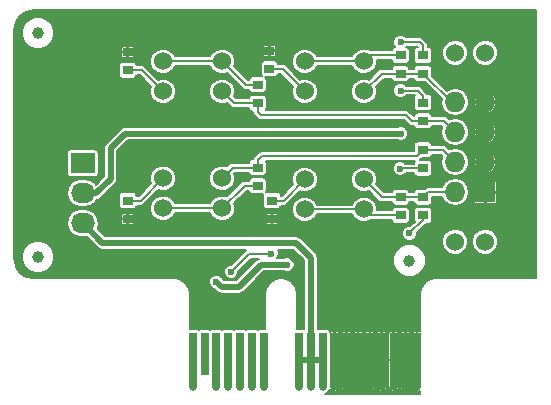
<source format=gbr>
G04 #@! TF.FileFunction,Copper,L2,Bot,Signal*
%FSLAX46Y46*%
G04 Gerber Fmt 4.6, Leading zero omitted, Abs format (unit mm)*
G04 Created by KiCad (PCBNEW 4.0.6-e0-6349~53~ubuntu14.04.1) date Sat Apr 15 21:20:43 2017*
%MOMM*%
%LPD*%
G01*
G04 APERTURE LIST*
%ADD10C,0.100000*%
%ADD11C,0.650240*%
%ADD12R,0.650240X4.599940*%
%ADD13R,0.650240X3.599180*%
%ADD14R,0.864000X0.787000*%
%ADD15C,1.524000*%
%ADD16C,1.000000*%
%ADD17R,1.727200X1.727200*%
%ADD18O,1.727200X1.727200*%
%ADD19R,2.032000X1.727200*%
%ADD20O,2.032000X1.727200*%
%ADD21C,0.600000*%
%ADD22C,0.500000*%
%ADD23C,0.150000*%
%ADD24C,0.200000*%
G04 APERTURE END LIST*
D10*
D11*
X140500400Y-102301240D03*
D12*
X159499600Y-100000000D03*
X158498840Y-100000000D03*
X157500620Y-100000000D03*
X156499860Y-100000000D03*
X155499100Y-100000000D03*
X154500880Y-100000000D03*
X153500120Y-100000000D03*
X152499360Y-100000000D03*
X151501140Y-100000000D03*
X150500380Y-100000000D03*
X149499620Y-100000000D03*
X144500900Y-100000000D03*
X143500140Y-100000000D03*
X142499380Y-100000000D03*
D13*
X141501160Y-99499620D03*
D12*
X140500400Y-100000000D03*
X146499880Y-100000000D03*
X145499120Y-100000000D03*
D11*
X157500620Y-102301240D03*
X156499860Y-102301240D03*
X155499100Y-102301240D03*
X154500880Y-102301240D03*
X153500120Y-102301240D03*
X152499360Y-102301240D03*
X151501140Y-102301240D03*
X150500380Y-102301240D03*
X149499620Y-102301240D03*
X159499600Y-102301240D03*
X146499880Y-102301240D03*
X145499120Y-102301240D03*
X144500900Y-102301240D03*
X143500140Y-102301240D03*
X142499380Y-102301240D03*
X158498840Y-102301240D03*
D14*
X147200000Y-86525500D03*
X147200000Y-88074500D03*
X135000000Y-86525500D03*
X135000000Y-88074500D03*
X135000000Y-75474500D03*
X135000000Y-73925500D03*
X147000000Y-75374500D03*
X147000000Y-73825500D03*
X158100000Y-86225500D03*
X158100000Y-87774500D03*
X146000000Y-83725500D03*
X146000000Y-85274500D03*
X146000000Y-78274500D03*
X146000000Y-76725500D03*
X158100000Y-75774500D03*
X158100000Y-74225500D03*
X160000000Y-87774500D03*
X160000000Y-86225500D03*
X160000000Y-83774500D03*
X160000000Y-82225500D03*
X160000000Y-78225500D03*
X160000000Y-79774500D03*
X160000000Y-74225500D03*
X160000000Y-75774500D03*
D15*
X150000000Y-84730000D03*
X150000000Y-87270000D03*
X138000000Y-84630000D03*
X138000000Y-87170000D03*
X138000000Y-77270000D03*
X138000000Y-74730000D03*
X150000000Y-77270000D03*
X150000000Y-74730000D03*
X143000000Y-84630000D03*
X143000000Y-87170000D03*
X143000000Y-77270000D03*
X143000000Y-74730000D03*
X155000000Y-77270000D03*
X155000000Y-74730000D03*
X155000000Y-84730000D03*
X155000000Y-87270000D03*
X165270000Y-74000000D03*
X162730000Y-74000000D03*
X162730000Y-90000000D03*
X165270000Y-90000000D03*
D16*
X127400000Y-91300000D03*
X158850000Y-91600000D03*
X127400000Y-72350000D03*
D17*
X165270000Y-85810000D03*
D18*
X162730000Y-85810000D03*
X165270000Y-83270000D03*
X162730000Y-83270000D03*
X165270000Y-80730000D03*
X162730000Y-80730000D03*
X165270000Y-78190000D03*
X162730000Y-78190000D03*
D19*
X131200000Y-83360000D03*
D20*
X131200000Y-85900000D03*
X131200000Y-88440000D03*
D21*
X147150000Y-91000000D03*
X143750000Y-92550000D03*
X142500000Y-93400000D03*
X148500000Y-91950000D03*
X158050000Y-83800000D03*
X158850000Y-89300000D03*
X158100000Y-77200000D03*
X158100000Y-80850000D03*
X158100000Y-73100000D03*
D22*
X151501140Y-100000000D02*
X150500380Y-100000000D01*
X150500380Y-100000000D02*
X149499620Y-100000000D01*
X150500380Y-100000000D02*
X150500380Y-91350380D01*
X150500380Y-91350380D02*
X149250000Y-90100000D01*
X149250000Y-90100000D02*
X132860000Y-90100000D01*
X132860000Y-90100000D02*
X131200000Y-88440000D01*
D23*
X151501140Y-102301240D02*
X151501140Y-100000000D01*
X150500380Y-102301240D02*
X150500380Y-100000000D01*
X149499620Y-102301240D02*
X149499620Y-100000000D01*
X159499600Y-102301240D02*
X159499600Y-100000000D01*
X158498840Y-102301240D02*
X158498840Y-100000000D01*
X157500620Y-102301240D02*
X157500620Y-100000000D01*
X156499860Y-102301240D02*
X156499860Y-100000000D01*
X155499100Y-102301240D02*
X155499100Y-100000000D01*
X154500880Y-102301240D02*
X154500880Y-100000000D01*
X153500120Y-102301240D02*
X153500120Y-100000000D01*
X152499360Y-102301240D02*
X152499360Y-100000000D01*
D24*
X145300000Y-91000000D02*
X147150000Y-91000000D01*
X143750000Y-92550000D02*
X145300000Y-91000000D01*
X155000000Y-87270000D02*
X150000000Y-87270000D01*
X158100000Y-87774500D02*
X155504500Y-87774500D01*
X155504500Y-87774500D02*
X155000000Y-87270000D01*
X138000000Y-87170000D02*
X143000000Y-87170000D01*
X146000000Y-85274500D02*
X144895500Y-85274500D01*
X144895500Y-85274500D02*
X143000000Y-87170000D01*
X143000000Y-74730000D02*
X138000000Y-74730000D01*
X146000000Y-76725500D02*
X144995500Y-76725500D01*
X144995500Y-76725500D02*
X143000000Y-74730000D01*
X155000000Y-74730000D02*
X150000000Y-74730000D01*
X158100000Y-74225500D02*
X155504500Y-74225500D01*
X155504500Y-74225500D02*
X155000000Y-74730000D01*
D23*
X140500400Y-102301240D02*
X140500400Y-100000000D01*
X144500900Y-102301240D02*
X144500900Y-100000000D01*
X143500140Y-102301240D02*
X143500140Y-100000000D01*
X142499380Y-102301240D02*
X142499380Y-100000000D01*
X146499880Y-102301240D02*
X146499880Y-100000000D01*
X145499120Y-102301240D02*
X145499120Y-100000000D01*
D22*
X142950000Y-93850000D02*
X142500000Y-93400000D01*
X144400000Y-93850000D02*
X142950000Y-93850000D01*
X146300000Y-91950000D02*
X144400000Y-93850000D01*
X148500000Y-91950000D02*
X146300000Y-91950000D01*
D23*
X160000000Y-83774500D02*
X158075500Y-83774500D01*
X158075500Y-83774500D02*
X158050000Y-83800000D01*
X160000000Y-87774500D02*
X160000000Y-88150000D01*
X160000000Y-88150000D02*
X158850000Y-89300000D01*
X160000000Y-78225500D02*
X160000000Y-77650000D01*
X159550000Y-77200000D02*
X158100000Y-77200000D01*
X160000000Y-77650000D02*
X159550000Y-77200000D01*
X160000000Y-74225500D02*
X160000000Y-73350000D01*
D22*
X132350000Y-85900000D02*
X133550000Y-84700000D01*
X133550000Y-84700000D02*
X133550000Y-82100000D01*
X133550000Y-82100000D02*
X134800000Y-80850000D01*
X134800000Y-80850000D02*
X158100000Y-80850000D01*
X132350000Y-85900000D02*
X131200000Y-85900000D01*
D23*
X159750000Y-73100000D02*
X158100000Y-73100000D01*
X160000000Y-73350000D02*
X159750000Y-73100000D01*
D24*
X158100000Y-86225500D02*
X156495500Y-86225500D01*
X156495500Y-86225500D02*
X155000000Y-84730000D01*
X160000000Y-86225500D02*
X158100000Y-86225500D01*
X162730000Y-85810000D02*
X160415500Y-85810000D01*
X160415500Y-85810000D02*
X160000000Y-86225500D01*
X160000000Y-82225500D02*
X159475500Y-82750000D01*
X146000000Y-83100000D02*
X146000000Y-83725500D01*
X146350000Y-82750000D02*
X146000000Y-83100000D01*
X159475500Y-82750000D02*
X146350000Y-82750000D01*
X146000000Y-83725500D02*
X143904500Y-83725500D01*
X143904500Y-83725500D02*
X143000000Y-84630000D01*
X160000000Y-82225500D02*
X161685500Y-82225500D01*
X161685500Y-82225500D02*
X162730000Y-83270000D01*
X146000000Y-78274500D02*
X146000000Y-79000000D01*
X159024500Y-79774500D02*
X160000000Y-79774500D01*
X158550000Y-79300000D02*
X159024500Y-79774500D01*
X146300000Y-79300000D02*
X158550000Y-79300000D01*
X146000000Y-79000000D02*
X146300000Y-79300000D01*
X160000000Y-79774500D02*
X159574500Y-79774500D01*
X146000000Y-78274500D02*
X144004500Y-78274500D01*
X144004500Y-78274500D02*
X143000000Y-77270000D01*
X160000000Y-79774500D02*
X161774500Y-79774500D01*
X161774500Y-79774500D02*
X162730000Y-80730000D01*
X158100000Y-75774500D02*
X156495500Y-75774500D01*
X156495500Y-75774500D02*
X155000000Y-77270000D01*
X160000000Y-75774500D02*
X158100000Y-75774500D01*
X162730000Y-78190000D02*
X162415500Y-78190000D01*
X162415500Y-78190000D02*
X160000000Y-75774500D01*
X147200000Y-86525500D02*
X148204500Y-86525500D01*
X148204500Y-86525500D02*
X150000000Y-84730000D01*
X135000000Y-86525500D02*
X136104500Y-86525500D01*
X136104500Y-86525500D02*
X138000000Y-84630000D01*
X135000000Y-75474500D02*
X136204500Y-75474500D01*
X136204500Y-75474500D02*
X138000000Y-77270000D01*
X147000000Y-75374500D02*
X148104500Y-75374500D01*
X148104500Y-75374500D02*
X150000000Y-77270000D01*
G36*
X169597716Y-70402284D02*
X169605000Y-70438903D01*
X169605000Y-93061097D01*
X169597716Y-93097716D01*
X169561098Y-93105000D01*
X161100000Y-93105000D01*
X161061843Y-93112590D01*
X161022939Y-93112590D01*
X160659391Y-93184904D01*
X160659390Y-93184904D01*
X160517000Y-93243884D01*
X160208798Y-93449819D01*
X160154309Y-93504309D01*
X160099819Y-93558798D01*
X159893884Y-93867000D01*
X159834904Y-94009390D01*
X159834904Y-94009391D01*
X159762590Y-94372940D01*
X159762590Y-94411843D01*
X159755000Y-94450000D01*
X159755000Y-97600030D01*
X159549600Y-97600030D01*
X159524600Y-97625030D01*
X159524600Y-99975000D01*
X159544600Y-99975000D01*
X159544600Y-100025000D01*
X159524600Y-100025000D01*
X159524600Y-100045000D01*
X159474600Y-100045000D01*
X159474600Y-100025000D01*
X159099480Y-100025000D01*
X159074480Y-100050000D01*
X159074480Y-102220746D01*
X159072993Y-102224532D01*
X159074480Y-102305174D01*
X159074480Y-102319861D01*
X159074763Y-102320545D01*
X159076111Y-102393626D01*
X159134821Y-102535365D01*
X159193647Y-102571838D01*
X159365515Y-102399970D01*
X159436225Y-102399970D01*
X159229002Y-102607193D01*
X159265475Y-102666019D01*
X159422892Y-102727847D01*
X159591986Y-102724729D01*
X159733725Y-102666019D01*
X159755000Y-102631705D01*
X159755000Y-102861097D01*
X159747716Y-102897716D01*
X159711098Y-102905000D01*
X151729269Y-102905000D01*
X151866094Y-102848465D01*
X152047728Y-102667148D01*
X152118535Y-102496626D01*
X152134581Y-102535365D01*
X152193407Y-102571838D01*
X152365275Y-102399970D01*
X152435985Y-102399970D01*
X152228762Y-102607193D01*
X152265235Y-102666019D01*
X152422652Y-102727847D01*
X152591746Y-102724729D01*
X152733485Y-102666019D01*
X152769958Y-102607193D01*
X152562735Y-102399970D01*
X152633445Y-102399970D01*
X152805313Y-102571838D01*
X152864139Y-102535365D01*
X152925967Y-102377948D01*
X152924480Y-102297306D01*
X152924480Y-102224532D01*
X153073513Y-102224532D01*
X153075000Y-102305174D01*
X153075000Y-102319861D01*
X153075283Y-102320545D01*
X153076631Y-102393626D01*
X153135341Y-102535365D01*
X153194167Y-102571838D01*
X153366035Y-102399970D01*
X153436745Y-102399970D01*
X153229522Y-102607193D01*
X153265995Y-102666019D01*
X153423412Y-102727847D01*
X153592506Y-102724729D01*
X153734245Y-102666019D01*
X153770718Y-102607193D01*
X153563495Y-102399970D01*
X153634205Y-102399970D01*
X153806073Y-102571838D01*
X153864899Y-102535365D01*
X153926727Y-102377948D01*
X153925240Y-102297306D01*
X153925240Y-102224532D01*
X154074273Y-102224532D01*
X154075760Y-102305174D01*
X154075760Y-102319861D01*
X154076043Y-102320545D01*
X154077391Y-102393626D01*
X154136101Y-102535365D01*
X154194927Y-102571838D01*
X154366795Y-102399970D01*
X154437505Y-102399970D01*
X154230282Y-102607193D01*
X154266755Y-102666019D01*
X154424172Y-102727847D01*
X154593266Y-102724729D01*
X154735005Y-102666019D01*
X154771478Y-102607193D01*
X154564255Y-102399970D01*
X154634965Y-102399970D01*
X154806833Y-102571838D01*
X154865659Y-102535365D01*
X154927487Y-102377948D01*
X154926000Y-102297306D01*
X154926000Y-102224532D01*
X155072493Y-102224532D01*
X155073980Y-102305174D01*
X155073980Y-102319861D01*
X155074263Y-102320545D01*
X155075611Y-102393626D01*
X155134321Y-102535365D01*
X155193147Y-102571838D01*
X155365015Y-102399970D01*
X155435725Y-102399970D01*
X155228502Y-102607193D01*
X155264975Y-102666019D01*
X155422392Y-102727847D01*
X155591486Y-102724729D01*
X155733225Y-102666019D01*
X155769698Y-102607193D01*
X155562475Y-102399970D01*
X155633185Y-102399970D01*
X155805053Y-102571838D01*
X155863879Y-102535365D01*
X155925707Y-102377948D01*
X155924220Y-102297306D01*
X155924220Y-102224532D01*
X156073253Y-102224532D01*
X156074740Y-102305174D01*
X156074740Y-102319861D01*
X156075023Y-102320545D01*
X156076371Y-102393626D01*
X156135081Y-102535365D01*
X156193907Y-102571838D01*
X156365775Y-102399970D01*
X156436485Y-102399970D01*
X156229262Y-102607193D01*
X156265735Y-102666019D01*
X156423152Y-102727847D01*
X156592246Y-102724729D01*
X156733985Y-102666019D01*
X156770458Y-102607193D01*
X156563235Y-102399970D01*
X156633945Y-102399970D01*
X156805813Y-102571838D01*
X156864639Y-102535365D01*
X156926467Y-102377948D01*
X156924980Y-102297306D01*
X156924980Y-102224532D01*
X157074013Y-102224532D01*
X157075500Y-102305174D01*
X157075500Y-102319861D01*
X157075783Y-102320545D01*
X157077131Y-102393626D01*
X157135841Y-102535365D01*
X157194667Y-102571838D01*
X157366535Y-102399970D01*
X157437245Y-102399970D01*
X157230022Y-102607193D01*
X157266495Y-102666019D01*
X157423912Y-102727847D01*
X157593006Y-102724729D01*
X157734745Y-102666019D01*
X157771218Y-102607193D01*
X157563995Y-102399970D01*
X157634705Y-102399970D01*
X157806573Y-102571838D01*
X157865399Y-102535365D01*
X157927227Y-102377948D01*
X157925740Y-102297306D01*
X157925740Y-102224532D01*
X158072233Y-102224532D01*
X158073720Y-102305174D01*
X158073720Y-102319861D01*
X158074003Y-102320545D01*
X158075351Y-102393626D01*
X158134061Y-102535365D01*
X158192887Y-102571838D01*
X158364755Y-102399970D01*
X158435465Y-102399970D01*
X158228242Y-102607193D01*
X158264715Y-102666019D01*
X158422132Y-102727847D01*
X158591226Y-102724729D01*
X158732965Y-102666019D01*
X158769438Y-102607193D01*
X158562215Y-102399970D01*
X158632925Y-102399970D01*
X158804793Y-102571838D01*
X158863619Y-102535365D01*
X158925447Y-102377948D01*
X158923960Y-102297306D01*
X158923960Y-100050000D01*
X158898960Y-100025000D01*
X158523840Y-100025000D01*
X158523840Y-100045000D01*
X158473840Y-100045000D01*
X158473840Y-100025000D01*
X158098720Y-100025000D01*
X158073720Y-100050000D01*
X158073720Y-102220746D01*
X158072233Y-102224532D01*
X157925740Y-102224532D01*
X157925740Y-100050000D01*
X157900740Y-100025000D01*
X157525620Y-100025000D01*
X157525620Y-100045000D01*
X157475620Y-100045000D01*
X157475620Y-100025000D01*
X157100500Y-100025000D01*
X157075500Y-100050000D01*
X157075500Y-102220746D01*
X157074013Y-102224532D01*
X156924980Y-102224532D01*
X156924980Y-100050000D01*
X156899980Y-100025000D01*
X156524860Y-100025000D01*
X156524860Y-100045000D01*
X156474860Y-100045000D01*
X156474860Y-100025000D01*
X156099740Y-100025000D01*
X156074740Y-100050000D01*
X156074740Y-102220746D01*
X156073253Y-102224532D01*
X155924220Y-102224532D01*
X155924220Y-100050000D01*
X155899220Y-100025000D01*
X155524100Y-100025000D01*
X155524100Y-100045000D01*
X155474100Y-100045000D01*
X155474100Y-100025000D01*
X155098980Y-100025000D01*
X155073980Y-100050000D01*
X155073980Y-102220746D01*
X155072493Y-102224532D01*
X154926000Y-102224532D01*
X154926000Y-100050000D01*
X154901000Y-100025000D01*
X154525880Y-100025000D01*
X154525880Y-100045000D01*
X154475880Y-100045000D01*
X154475880Y-100025000D01*
X154100760Y-100025000D01*
X154075760Y-100050000D01*
X154075760Y-102220746D01*
X154074273Y-102224532D01*
X153925240Y-102224532D01*
X153925240Y-100050000D01*
X153900240Y-100025000D01*
X153525120Y-100025000D01*
X153525120Y-100045000D01*
X153475120Y-100045000D01*
X153475120Y-100025000D01*
X153100000Y-100025000D01*
X153075000Y-100050000D01*
X153075000Y-102220746D01*
X153073513Y-102224532D01*
X152924480Y-102224532D01*
X152924480Y-100050000D01*
X152899480Y-100025000D01*
X152524360Y-100025000D01*
X152524360Y-100045000D01*
X152474360Y-100045000D01*
X152474360Y-100025000D01*
X152454360Y-100025000D01*
X152454360Y-99975000D01*
X152474360Y-99975000D01*
X152474360Y-97625030D01*
X152524360Y-97625030D01*
X152524360Y-99975000D01*
X152899480Y-99975000D01*
X152924480Y-99950000D01*
X152924480Y-97680139D01*
X153075000Y-97680139D01*
X153075000Y-99950000D01*
X153100000Y-99975000D01*
X153475120Y-99975000D01*
X153475120Y-97625030D01*
X153525120Y-97625030D01*
X153525120Y-99975000D01*
X153900240Y-99975000D01*
X153925240Y-99950000D01*
X153925240Y-97680139D01*
X154075760Y-97680139D01*
X154075760Y-99950000D01*
X154100760Y-99975000D01*
X154475880Y-99975000D01*
X154475880Y-97625030D01*
X154525880Y-97625030D01*
X154525880Y-99975000D01*
X154901000Y-99975000D01*
X154926000Y-99950000D01*
X154926000Y-97680139D01*
X155073980Y-97680139D01*
X155073980Y-99950000D01*
X155098980Y-99975000D01*
X155474100Y-99975000D01*
X155474100Y-97625030D01*
X155524100Y-97625030D01*
X155524100Y-99975000D01*
X155899220Y-99975000D01*
X155924220Y-99950000D01*
X155924220Y-97680139D01*
X156074740Y-97680139D01*
X156074740Y-99950000D01*
X156099740Y-99975000D01*
X156474860Y-99975000D01*
X156474860Y-97625030D01*
X156524860Y-97625030D01*
X156524860Y-99975000D01*
X156899980Y-99975000D01*
X156924980Y-99950000D01*
X156924980Y-97680139D01*
X157075500Y-97680139D01*
X157075500Y-99950000D01*
X157100500Y-99975000D01*
X157475620Y-99975000D01*
X157475620Y-97625030D01*
X157525620Y-97625030D01*
X157525620Y-99975000D01*
X157900740Y-99975000D01*
X157925740Y-99950000D01*
X157925740Y-97680139D01*
X158073720Y-97680139D01*
X158073720Y-99950000D01*
X158098720Y-99975000D01*
X158473840Y-99975000D01*
X158473840Y-97625030D01*
X158523840Y-97625030D01*
X158523840Y-99975000D01*
X158898960Y-99975000D01*
X158923960Y-99950000D01*
X158923960Y-97680139D01*
X159074480Y-97680139D01*
X159074480Y-99950000D01*
X159099480Y-99975000D01*
X159474600Y-99975000D01*
X159474600Y-97625030D01*
X159449600Y-97600030D01*
X159154589Y-97600030D01*
X159117835Y-97615254D01*
X159089704Y-97643384D01*
X159074480Y-97680139D01*
X158923960Y-97680139D01*
X158908736Y-97643384D01*
X158880605Y-97615254D01*
X158843851Y-97600030D01*
X158548840Y-97600030D01*
X158523840Y-97625030D01*
X158473840Y-97625030D01*
X158448840Y-97600030D01*
X158153829Y-97600030D01*
X158117075Y-97615254D01*
X158088944Y-97643384D01*
X158073720Y-97680139D01*
X157925740Y-97680139D01*
X157910516Y-97643384D01*
X157882385Y-97615254D01*
X157845631Y-97600030D01*
X157550620Y-97600030D01*
X157525620Y-97625030D01*
X157475620Y-97625030D01*
X157450620Y-97600030D01*
X157155609Y-97600030D01*
X157118855Y-97615254D01*
X157090724Y-97643384D01*
X157075500Y-97680139D01*
X156924980Y-97680139D01*
X156909756Y-97643384D01*
X156881625Y-97615254D01*
X156844871Y-97600030D01*
X156549860Y-97600030D01*
X156524860Y-97625030D01*
X156474860Y-97625030D01*
X156449860Y-97600030D01*
X156154849Y-97600030D01*
X156118095Y-97615254D01*
X156089964Y-97643384D01*
X156074740Y-97680139D01*
X155924220Y-97680139D01*
X155908996Y-97643384D01*
X155880865Y-97615254D01*
X155844111Y-97600030D01*
X155549100Y-97600030D01*
X155524100Y-97625030D01*
X155474100Y-97625030D01*
X155449100Y-97600030D01*
X155154089Y-97600030D01*
X155117335Y-97615254D01*
X155089204Y-97643384D01*
X155073980Y-97680139D01*
X154926000Y-97680139D01*
X154910776Y-97643384D01*
X154882645Y-97615254D01*
X154845891Y-97600030D01*
X154550880Y-97600030D01*
X154525880Y-97625030D01*
X154475880Y-97625030D01*
X154450880Y-97600030D01*
X154155869Y-97600030D01*
X154119115Y-97615254D01*
X154090984Y-97643384D01*
X154075760Y-97680139D01*
X153925240Y-97680139D01*
X153910016Y-97643384D01*
X153881885Y-97615254D01*
X153845131Y-97600030D01*
X153550120Y-97600030D01*
X153525120Y-97625030D01*
X153475120Y-97625030D01*
X153450120Y-97600030D01*
X153155109Y-97600030D01*
X153118355Y-97615254D01*
X153090224Y-97643384D01*
X153075000Y-97680139D01*
X152924480Y-97680139D01*
X152909256Y-97643384D01*
X152881125Y-97615254D01*
X152844371Y-97600030D01*
X152549360Y-97600030D01*
X152524360Y-97625030D01*
X152474360Y-97625030D01*
X152449360Y-97600030D01*
X152154349Y-97600030D01*
X152135205Y-97607960D01*
X152130216Y-97581445D01*
X152060132Y-97472532D01*
X151953197Y-97399466D01*
X151826260Y-97373761D01*
X151176020Y-97373761D01*
X151070380Y-97393638D01*
X151070380Y-91871314D01*
X157479763Y-91871314D01*
X157687893Y-92375029D01*
X158072944Y-92760752D01*
X158576295Y-92969762D01*
X159121314Y-92970237D01*
X159625029Y-92762107D01*
X160010752Y-92377056D01*
X160219762Y-91873705D01*
X160220237Y-91328686D01*
X160012107Y-90824971D01*
X159627056Y-90439248D01*
X159123705Y-90230238D01*
X158578686Y-90229763D01*
X158074971Y-90437893D01*
X157689248Y-90822944D01*
X157480238Y-91326295D01*
X157479763Y-91871314D01*
X151070380Y-91871314D01*
X151070380Y-91350380D01*
X151026991Y-91132250D01*
X150903431Y-90947329D01*
X150170381Y-90214279D01*
X161647812Y-90214279D01*
X161812190Y-90612103D01*
X162116296Y-90916740D01*
X162513833Y-91081812D01*
X162944279Y-91082188D01*
X163342103Y-90917810D01*
X163646740Y-90613704D01*
X163811812Y-90216167D01*
X163811813Y-90214279D01*
X164187812Y-90214279D01*
X164352190Y-90612103D01*
X164656296Y-90916740D01*
X165053833Y-91081812D01*
X165484279Y-91082188D01*
X165882103Y-90917810D01*
X166186740Y-90613704D01*
X166351812Y-90216167D01*
X166352188Y-89785721D01*
X166187810Y-89387897D01*
X165883704Y-89083260D01*
X165486167Y-88918188D01*
X165055721Y-88917812D01*
X164657897Y-89082190D01*
X164353260Y-89386296D01*
X164188188Y-89783833D01*
X164187812Y-90214279D01*
X163811813Y-90214279D01*
X163812188Y-89785721D01*
X163647810Y-89387897D01*
X163343704Y-89083260D01*
X162946167Y-88918188D01*
X162515721Y-88917812D01*
X162117897Y-89082190D01*
X161813260Y-89386296D01*
X161648188Y-89783833D01*
X161647812Y-90214279D01*
X150170381Y-90214279D01*
X149653051Y-89696949D01*
X149605134Y-89664932D01*
X149468130Y-89573389D01*
X149250000Y-89530000D01*
X133096102Y-89530000D01*
X132988887Y-89422785D01*
X158229892Y-89422785D01*
X158324083Y-89650743D01*
X158498339Y-89825304D01*
X158726133Y-89919893D01*
X158972785Y-89920108D01*
X159200743Y-89825917D01*
X159375304Y-89651661D01*
X159469893Y-89423867D01*
X159470055Y-89238559D01*
X160214345Y-88494269D01*
X160432000Y-88494269D01*
X160550585Y-88471956D01*
X160659498Y-88401872D01*
X160732564Y-88294937D01*
X160758269Y-88168000D01*
X160758269Y-87381000D01*
X160735956Y-87262415D01*
X160665872Y-87153502D01*
X160558937Y-87080436D01*
X160432000Y-87054731D01*
X159568000Y-87054731D01*
X159449415Y-87077044D01*
X159340502Y-87147128D01*
X159267436Y-87254063D01*
X159241731Y-87381000D01*
X159241731Y-88168000D01*
X159264044Y-88286585D01*
X159280002Y-88311384D01*
X158911334Y-88680052D01*
X158727215Y-88679892D01*
X158499257Y-88774083D01*
X158324696Y-88948339D01*
X158230107Y-89176133D01*
X158229892Y-89422785D01*
X132988887Y-89422785D01*
X132466858Y-88900756D01*
X132472078Y-88892944D01*
X132562174Y-88440000D01*
X132499418Y-88124500D01*
X134468000Y-88124500D01*
X134468000Y-88487891D01*
X134483224Y-88524645D01*
X134511354Y-88552776D01*
X134548109Y-88568000D01*
X134950000Y-88568000D01*
X134975000Y-88543000D01*
X134975000Y-88099500D01*
X135025000Y-88099500D01*
X135025000Y-88543000D01*
X135050000Y-88568000D01*
X135451891Y-88568000D01*
X135488646Y-88552776D01*
X135516776Y-88524645D01*
X135532000Y-88487891D01*
X135532000Y-88124500D01*
X135507000Y-88099500D01*
X135025000Y-88099500D01*
X134975000Y-88099500D01*
X134493000Y-88099500D01*
X134468000Y-88124500D01*
X132499418Y-88124500D01*
X132472078Y-87987056D01*
X132254288Y-87661109D01*
X134468000Y-87661109D01*
X134468000Y-88024500D01*
X134493000Y-88049500D01*
X134975000Y-88049500D01*
X134975000Y-87606000D01*
X135025000Y-87606000D01*
X135025000Y-88049500D01*
X135507000Y-88049500D01*
X135532000Y-88024500D01*
X135532000Y-87661109D01*
X135516776Y-87624355D01*
X135488646Y-87596224D01*
X135451891Y-87581000D01*
X135050000Y-87581000D01*
X135025000Y-87606000D01*
X134975000Y-87606000D01*
X134950000Y-87581000D01*
X134548109Y-87581000D01*
X134511354Y-87596224D01*
X134483224Y-87624355D01*
X134468000Y-87661109D01*
X132254288Y-87661109D01*
X132215506Y-87603068D01*
X131888065Y-87384279D01*
X136917812Y-87384279D01*
X137082190Y-87782103D01*
X137386296Y-88086740D01*
X137783833Y-88251812D01*
X138214279Y-88252188D01*
X138612103Y-88087810D01*
X138916740Y-87783704D01*
X138997173Y-87590000D01*
X142002814Y-87590000D01*
X142082190Y-87782103D01*
X142386296Y-88086740D01*
X142783833Y-88251812D01*
X143214279Y-88252188D01*
X143523306Y-88124500D01*
X146668000Y-88124500D01*
X146668000Y-88487891D01*
X146683224Y-88524645D01*
X146711354Y-88552776D01*
X146748109Y-88568000D01*
X147150000Y-88568000D01*
X147175000Y-88543000D01*
X147175000Y-88099500D01*
X147225000Y-88099500D01*
X147225000Y-88543000D01*
X147250000Y-88568000D01*
X147651891Y-88568000D01*
X147688646Y-88552776D01*
X147716776Y-88524645D01*
X147732000Y-88487891D01*
X147732000Y-88124500D01*
X147707000Y-88099500D01*
X147225000Y-88099500D01*
X147175000Y-88099500D01*
X146693000Y-88099500D01*
X146668000Y-88124500D01*
X143523306Y-88124500D01*
X143612103Y-88087810D01*
X143916740Y-87783704D01*
X143967645Y-87661109D01*
X146668000Y-87661109D01*
X146668000Y-88024500D01*
X146693000Y-88049500D01*
X147175000Y-88049500D01*
X147175000Y-87606000D01*
X147225000Y-87606000D01*
X147225000Y-88049500D01*
X147707000Y-88049500D01*
X147732000Y-88024500D01*
X147732000Y-87661109D01*
X147716776Y-87624355D01*
X147688646Y-87596224D01*
X147651891Y-87581000D01*
X147250000Y-87581000D01*
X147225000Y-87606000D01*
X147175000Y-87606000D01*
X147150000Y-87581000D01*
X146748109Y-87581000D01*
X146711354Y-87596224D01*
X146683224Y-87624355D01*
X146668000Y-87661109D01*
X143967645Y-87661109D01*
X144041071Y-87484279D01*
X148917812Y-87484279D01*
X149082190Y-87882103D01*
X149386296Y-88186740D01*
X149783833Y-88351812D01*
X150214279Y-88352188D01*
X150612103Y-88187810D01*
X150916740Y-87883704D01*
X150997173Y-87690000D01*
X154002814Y-87690000D01*
X154082190Y-87882103D01*
X154386296Y-88186740D01*
X154783833Y-88351812D01*
X155214279Y-88352188D01*
X155595912Y-88194500D01*
X157346717Y-88194500D01*
X157364044Y-88286585D01*
X157434128Y-88395498D01*
X157541063Y-88468564D01*
X157668000Y-88494269D01*
X158532000Y-88494269D01*
X158650585Y-88471956D01*
X158759498Y-88401872D01*
X158832564Y-88294937D01*
X158858269Y-88168000D01*
X158858269Y-87381000D01*
X158835956Y-87262415D01*
X158765872Y-87153502D01*
X158658937Y-87080436D01*
X158532000Y-87054731D01*
X157668000Y-87054731D01*
X157549415Y-87077044D01*
X157440502Y-87147128D01*
X157367436Y-87254063D01*
X157347097Y-87354500D01*
X156081927Y-87354500D01*
X156082188Y-87055721D01*
X155917810Y-86657897D01*
X155613704Y-86353260D01*
X155216167Y-86188188D01*
X154785721Y-86187812D01*
X154387897Y-86352190D01*
X154083260Y-86656296D01*
X154002827Y-86850000D01*
X150997186Y-86850000D01*
X150917810Y-86657897D01*
X150613704Y-86353260D01*
X150216167Y-86188188D01*
X149785721Y-86187812D01*
X149387897Y-86352190D01*
X149083260Y-86656296D01*
X148918188Y-87053833D01*
X148917812Y-87484279D01*
X144041071Y-87484279D01*
X144081812Y-87386167D01*
X144082188Y-86955721D01*
X144002093Y-86761877D01*
X145069470Y-85694500D01*
X145246717Y-85694500D01*
X145264044Y-85786585D01*
X145334128Y-85895498D01*
X145441063Y-85968564D01*
X145568000Y-85994269D01*
X146432000Y-85994269D01*
X146481127Y-85985025D01*
X146467436Y-86005063D01*
X146441731Y-86132000D01*
X146441731Y-86919000D01*
X146464044Y-87037585D01*
X146534128Y-87146498D01*
X146641063Y-87219564D01*
X146768000Y-87245269D01*
X147632000Y-87245269D01*
X147750585Y-87222956D01*
X147859498Y-87152872D01*
X147932564Y-87045937D01*
X147952903Y-86945500D01*
X148204500Y-86945500D01*
X148365227Y-86913529D01*
X148501485Y-86822485D01*
X149591869Y-85732101D01*
X149783833Y-85811812D01*
X150214279Y-85812188D01*
X150612103Y-85647810D01*
X150916740Y-85343704D01*
X151081812Y-84946167D01*
X151081813Y-84944279D01*
X153917812Y-84944279D01*
X154082190Y-85342103D01*
X154386296Y-85646740D01*
X154783833Y-85811812D01*
X155214279Y-85812188D01*
X155408123Y-85732093D01*
X156198515Y-86522485D01*
X156334773Y-86613529D01*
X156495500Y-86645500D01*
X157346717Y-86645500D01*
X157364044Y-86737585D01*
X157434128Y-86846498D01*
X157541063Y-86919564D01*
X157668000Y-86945269D01*
X158532000Y-86945269D01*
X158650585Y-86922956D01*
X158759498Y-86852872D01*
X158832564Y-86745937D01*
X158852903Y-86645500D01*
X159246717Y-86645500D01*
X159264044Y-86737585D01*
X159334128Y-86846498D01*
X159441063Y-86919564D01*
X159568000Y-86945269D01*
X160432000Y-86945269D01*
X160550585Y-86922956D01*
X160659498Y-86852872D01*
X160732564Y-86745937D01*
X160758269Y-86619000D01*
X160758269Y-86230000D01*
X161625331Y-86230000D01*
X161636496Y-86286132D01*
X161893068Y-86670120D01*
X162277056Y-86926692D01*
X162730000Y-87016788D01*
X163182944Y-86926692D01*
X163566932Y-86670120D01*
X163823504Y-86286132D01*
X163908266Y-85860000D01*
X164306400Y-85860000D01*
X164306400Y-86693491D01*
X164321624Y-86730245D01*
X164349754Y-86758376D01*
X164386509Y-86773600D01*
X165220000Y-86773600D01*
X165245000Y-86748600D01*
X165245000Y-85835000D01*
X165295000Y-85835000D01*
X165295000Y-86748600D01*
X165320000Y-86773600D01*
X166153491Y-86773600D01*
X166190246Y-86758376D01*
X166218376Y-86730245D01*
X166233600Y-86693491D01*
X166233600Y-85860000D01*
X166208600Y-85835000D01*
X165295000Y-85835000D01*
X165245000Y-85835000D01*
X164331400Y-85835000D01*
X164306400Y-85860000D01*
X163908266Y-85860000D01*
X163913600Y-85833188D01*
X163913600Y-85786812D01*
X163823504Y-85333868D01*
X163566932Y-84949880D01*
X163531955Y-84926509D01*
X164306400Y-84926509D01*
X164306400Y-85760000D01*
X164331400Y-85785000D01*
X165245000Y-85785000D01*
X165245000Y-84871400D01*
X165295000Y-84871400D01*
X165295000Y-85785000D01*
X166208600Y-85785000D01*
X166233600Y-85760000D01*
X166233600Y-84926509D01*
X166218376Y-84889755D01*
X166190246Y-84861624D01*
X166153491Y-84846400D01*
X165320000Y-84846400D01*
X165295000Y-84871400D01*
X165245000Y-84871400D01*
X165220000Y-84846400D01*
X164386509Y-84846400D01*
X164349754Y-84861624D01*
X164321624Y-84889755D01*
X164306400Y-84926509D01*
X163531955Y-84926509D01*
X163182944Y-84693308D01*
X162730000Y-84603212D01*
X162277056Y-84693308D01*
X161893068Y-84949880D01*
X161636496Y-85333868D01*
X161625331Y-85390000D01*
X160415500Y-85390000D01*
X160254773Y-85421971D01*
X160129416Y-85505731D01*
X159568000Y-85505731D01*
X159449415Y-85528044D01*
X159340502Y-85598128D01*
X159267436Y-85705063D01*
X159247097Y-85805500D01*
X158853283Y-85805500D01*
X158835956Y-85713415D01*
X158765872Y-85604502D01*
X158658937Y-85531436D01*
X158532000Y-85505731D01*
X157668000Y-85505731D01*
X157549415Y-85528044D01*
X157440502Y-85598128D01*
X157367436Y-85705063D01*
X157347097Y-85805500D01*
X156669470Y-85805500D01*
X156002101Y-85138131D01*
X156081812Y-84946167D01*
X156082188Y-84515721D01*
X155917810Y-84117897D01*
X155613704Y-83813260D01*
X155216167Y-83648188D01*
X154785721Y-83647812D01*
X154387897Y-83812190D01*
X154083260Y-84116296D01*
X153918188Y-84513833D01*
X153917812Y-84944279D01*
X151081813Y-84944279D01*
X151082188Y-84515721D01*
X150917810Y-84117897D01*
X150613704Y-83813260D01*
X150216167Y-83648188D01*
X149785721Y-83647812D01*
X149387897Y-83812190D01*
X149083260Y-84116296D01*
X148918188Y-84513833D01*
X148917812Y-84944279D01*
X148997907Y-85138123D01*
X148030530Y-86105500D01*
X147953283Y-86105500D01*
X147935956Y-86013415D01*
X147865872Y-85904502D01*
X147758937Y-85831436D01*
X147632000Y-85805731D01*
X146768000Y-85805731D01*
X146718873Y-85814975D01*
X146732564Y-85794937D01*
X146758269Y-85668000D01*
X146758269Y-84881000D01*
X146735956Y-84762415D01*
X146665872Y-84653502D01*
X146558937Y-84580436D01*
X146432000Y-84554731D01*
X145568000Y-84554731D01*
X145449415Y-84577044D01*
X145340502Y-84647128D01*
X145267436Y-84754063D01*
X145247097Y-84854500D01*
X144895500Y-84854500D01*
X144734773Y-84886471D01*
X144598515Y-84977515D01*
X143408131Y-86167899D01*
X143216167Y-86088188D01*
X142785721Y-86087812D01*
X142387897Y-86252190D01*
X142083260Y-86556296D01*
X142002827Y-86750000D01*
X138997186Y-86750000D01*
X138917810Y-86557897D01*
X138613704Y-86253260D01*
X138216167Y-86088188D01*
X137785721Y-86087812D01*
X137387897Y-86252190D01*
X137083260Y-86556296D01*
X136918188Y-86953833D01*
X136917812Y-87384279D01*
X131888065Y-87384279D01*
X131831518Y-87346496D01*
X131378574Y-87256400D01*
X131021426Y-87256400D01*
X130568482Y-87346496D01*
X130184494Y-87603068D01*
X129927922Y-87987056D01*
X129837826Y-88440000D01*
X129927922Y-88892944D01*
X130184494Y-89276932D01*
X130568482Y-89533504D01*
X131021426Y-89623600D01*
X131378574Y-89623600D01*
X131544494Y-89590596D01*
X132456949Y-90503051D01*
X132641871Y-90626612D01*
X132860000Y-90670001D01*
X132860005Y-90670000D01*
X145052426Y-90670000D01*
X145003015Y-90703015D01*
X143776008Y-91930022D01*
X143627215Y-91929892D01*
X143399257Y-92024083D01*
X143224696Y-92198339D01*
X143130107Y-92426133D01*
X143129892Y-92672785D01*
X143224083Y-92900743D01*
X143398339Y-93075304D01*
X143626133Y-93169893D01*
X143872785Y-93170108D01*
X144100743Y-93075917D01*
X144275304Y-92901661D01*
X144369893Y-92673867D01*
X144370024Y-92523946D01*
X145473970Y-91420000D01*
X146098904Y-91420000D01*
X146081871Y-91423388D01*
X145896949Y-91546949D01*
X144163898Y-93280000D01*
X143186102Y-93280000D01*
X143075600Y-93169498D01*
X143025917Y-93049257D01*
X142851661Y-92874696D01*
X142623867Y-92780107D01*
X142377215Y-92779892D01*
X142149257Y-92874083D01*
X141974696Y-93048339D01*
X141880107Y-93276133D01*
X141879892Y-93522785D01*
X141974083Y-93750743D01*
X142148339Y-93925304D01*
X142269522Y-93975624D01*
X142546949Y-94253051D01*
X142731870Y-94376611D01*
X142950000Y-94420000D01*
X144400000Y-94420000D01*
X144618130Y-94376611D01*
X144803051Y-94253051D01*
X146536102Y-92520000D01*
X148255978Y-92520000D01*
X148376133Y-92569893D01*
X148622785Y-92570108D01*
X148850743Y-92475917D01*
X149025304Y-92301661D01*
X149119893Y-92073867D01*
X149120108Y-91827215D01*
X149025917Y-91599257D01*
X148851661Y-91424696D01*
X148623867Y-91330107D01*
X148377215Y-91329892D01*
X148255945Y-91380000D01*
X147646915Y-91380000D01*
X147675304Y-91351661D01*
X147769893Y-91123867D01*
X147770108Y-90877215D01*
X147684488Y-90670000D01*
X149013898Y-90670000D01*
X149930380Y-91586482D01*
X149930380Y-97395153D01*
X149824740Y-97373761D01*
X149345000Y-97373761D01*
X149345000Y-94450000D01*
X149337410Y-94411843D01*
X149337410Y-94372939D01*
X149265096Y-94009391D01*
X149265096Y-94009390D01*
X149206116Y-93867000D01*
X149000181Y-93558798D01*
X148945691Y-93504309D01*
X148891202Y-93449819D01*
X148583000Y-93243884D01*
X148440610Y-93184904D01*
X148440609Y-93184904D01*
X148077062Y-93112590D01*
X147922939Y-93112590D01*
X147559391Y-93184904D01*
X147559390Y-93184904D01*
X147417000Y-93243884D01*
X147108798Y-93449819D01*
X147054309Y-93504309D01*
X146999819Y-93558798D01*
X146793884Y-93867000D01*
X146734904Y-94009390D01*
X146734904Y-94009391D01*
X146662590Y-94372940D01*
X146662590Y-94411843D01*
X146655000Y-94450000D01*
X146655000Y-97373761D01*
X146174760Y-97373761D01*
X146056175Y-97396074D01*
X145999545Y-97432515D01*
X145951177Y-97399466D01*
X145824240Y-97373761D01*
X145174000Y-97373761D01*
X145055415Y-97396074D01*
X145000093Y-97431673D01*
X144952957Y-97399466D01*
X144826020Y-97373761D01*
X144175780Y-97373761D01*
X144057195Y-97396074D01*
X144000565Y-97432515D01*
X143952197Y-97399466D01*
X143825260Y-97373761D01*
X143175020Y-97373761D01*
X143056435Y-97396074D01*
X142999805Y-97432515D01*
X142951437Y-97399466D01*
X142824500Y-97373761D01*
X142174260Y-97373761D01*
X142055675Y-97396074D01*
X142000353Y-97431673D01*
X141953217Y-97399466D01*
X141826280Y-97373761D01*
X141176040Y-97373761D01*
X141057455Y-97396074D01*
X141000825Y-97432515D01*
X140952457Y-97399466D01*
X140825520Y-97373761D01*
X140245000Y-97373761D01*
X140245000Y-94450000D01*
X140237410Y-94411843D01*
X140237410Y-94372939D01*
X140165096Y-94009391D01*
X140165096Y-94009390D01*
X140106116Y-93867000D01*
X139900181Y-93558798D01*
X139845691Y-93504309D01*
X139791202Y-93449819D01*
X139483000Y-93243884D01*
X139340610Y-93184904D01*
X139340609Y-93184904D01*
X138977060Y-93112590D01*
X138938157Y-93112590D01*
X138900000Y-93105000D01*
X127038903Y-93105000D01*
X126388755Y-92975677D01*
X125870565Y-92629435D01*
X125524323Y-92111245D01*
X125416924Y-91571314D01*
X126029763Y-91571314D01*
X126237893Y-92075029D01*
X126622944Y-92460752D01*
X127126295Y-92669762D01*
X127671314Y-92670237D01*
X128175029Y-92462107D01*
X128560752Y-92077056D01*
X128769762Y-91573705D01*
X128770237Y-91028686D01*
X128562107Y-90524971D01*
X128177056Y-90139248D01*
X127673705Y-89930238D01*
X127128686Y-89929763D01*
X126624971Y-90137893D01*
X126239248Y-90522944D01*
X126030238Y-91026295D01*
X126029763Y-91571314D01*
X125416924Y-91571314D01*
X125395000Y-91461096D01*
X125395000Y-85900000D01*
X129837826Y-85900000D01*
X129927922Y-86352944D01*
X130184494Y-86736932D01*
X130568482Y-86993504D01*
X131021426Y-87083600D01*
X131378574Y-87083600D01*
X131831518Y-86993504D01*
X132215506Y-86736932D01*
X132400587Y-86459937D01*
X132568130Y-86426611D01*
X132753051Y-86303051D01*
X132924102Y-86132000D01*
X134241731Y-86132000D01*
X134241731Y-86919000D01*
X134264044Y-87037585D01*
X134334128Y-87146498D01*
X134441063Y-87219564D01*
X134568000Y-87245269D01*
X135432000Y-87245269D01*
X135550585Y-87222956D01*
X135659498Y-87152872D01*
X135732564Y-87045937D01*
X135752903Y-86945500D01*
X136104500Y-86945500D01*
X136265227Y-86913529D01*
X136401485Y-86822485D01*
X137591869Y-85632101D01*
X137783833Y-85711812D01*
X138214279Y-85712188D01*
X138612103Y-85547810D01*
X138916740Y-85243704D01*
X139081812Y-84846167D01*
X139081813Y-84844279D01*
X141917812Y-84844279D01*
X142082190Y-85242103D01*
X142386296Y-85546740D01*
X142783833Y-85711812D01*
X143214279Y-85712188D01*
X143612103Y-85547810D01*
X143916740Y-85243704D01*
X144081812Y-84846167D01*
X144082188Y-84415721D01*
X144002093Y-84221877D01*
X144078470Y-84145500D01*
X145246717Y-84145500D01*
X145264044Y-84237585D01*
X145334128Y-84346498D01*
X145441063Y-84419564D01*
X145568000Y-84445269D01*
X146432000Y-84445269D01*
X146550585Y-84422956D01*
X146659498Y-84352872D01*
X146732564Y-84245937D01*
X146758269Y-84119000D01*
X146758269Y-83332000D01*
X146735956Y-83213415D01*
X146708019Y-83170000D01*
X159324874Y-83170000D01*
X159267436Y-83254063D01*
X159242035Y-83379500D01*
X158506282Y-83379500D01*
X158401661Y-83274696D01*
X158173867Y-83180107D01*
X157927215Y-83179892D01*
X157699257Y-83274083D01*
X157524696Y-83448339D01*
X157430107Y-83676133D01*
X157429892Y-83922785D01*
X157524083Y-84150743D01*
X157698339Y-84325304D01*
X157926133Y-84419893D01*
X158172785Y-84420108D01*
X158400743Y-84325917D01*
X158557434Y-84169500D01*
X159242013Y-84169500D01*
X159264044Y-84286585D01*
X159334128Y-84395498D01*
X159441063Y-84468564D01*
X159568000Y-84494269D01*
X160432000Y-84494269D01*
X160550585Y-84471956D01*
X160659498Y-84401872D01*
X160732564Y-84294937D01*
X160758269Y-84168000D01*
X160758269Y-83381000D01*
X160735956Y-83262415D01*
X160665872Y-83153502D01*
X160558937Y-83080436D01*
X160432000Y-83054731D01*
X159760892Y-83054731D01*
X159772485Y-83046985D01*
X159874201Y-82945269D01*
X160432000Y-82945269D01*
X160550585Y-82922956D01*
X160659498Y-82852872D01*
X160732564Y-82745937D01*
X160752903Y-82645500D01*
X161511530Y-82645500D01*
X161645870Y-82779840D01*
X161636496Y-82793868D01*
X161546400Y-83246812D01*
X161546400Y-83293188D01*
X161636496Y-83746132D01*
X161893068Y-84130120D01*
X162277056Y-84386692D01*
X162730000Y-84476788D01*
X163182944Y-84386692D01*
X163566932Y-84130120D01*
X163823504Y-83746132D01*
X163883326Y-83445382D01*
X164322491Y-83445382D01*
X164461732Y-83794628D01*
X164724024Y-84064004D01*
X165069436Y-84212500D01*
X165094618Y-84217506D01*
X165245000Y-84208267D01*
X165245000Y-83295000D01*
X165295000Y-83295000D01*
X165295000Y-84208267D01*
X165445382Y-84217506D01*
X165470564Y-84212500D01*
X165815976Y-84064004D01*
X166078268Y-83794628D01*
X166217509Y-83445382D01*
X166208279Y-83295000D01*
X165295000Y-83295000D01*
X165245000Y-83295000D01*
X164331721Y-83295000D01*
X164322491Y-83445382D01*
X163883326Y-83445382D01*
X163913600Y-83293188D01*
X163913600Y-83246812D01*
X163883327Y-83094618D01*
X164322491Y-83094618D01*
X164331721Y-83245000D01*
X165245000Y-83245000D01*
X165245000Y-82331733D01*
X165295000Y-82331733D01*
X165295000Y-83245000D01*
X166208279Y-83245000D01*
X166217509Y-83094618D01*
X166078268Y-82745372D01*
X165815976Y-82475996D01*
X165470564Y-82327500D01*
X165445382Y-82322494D01*
X165295000Y-82331733D01*
X165245000Y-82331733D01*
X165094618Y-82322494D01*
X165069436Y-82327500D01*
X164724024Y-82475996D01*
X164461732Y-82745372D01*
X164322491Y-83094618D01*
X163883327Y-83094618D01*
X163823504Y-82793868D01*
X163566932Y-82409880D01*
X163182944Y-82153308D01*
X162730000Y-82063212D01*
X162277056Y-82153308D01*
X162235227Y-82181257D01*
X161982485Y-81928515D01*
X161846227Y-81837471D01*
X161685500Y-81805500D01*
X160753283Y-81805500D01*
X160735956Y-81713415D01*
X160665872Y-81604502D01*
X160558937Y-81531436D01*
X160432000Y-81505731D01*
X159568000Y-81505731D01*
X159449415Y-81528044D01*
X159340502Y-81598128D01*
X159267436Y-81705063D01*
X159241731Y-81832000D01*
X159241731Y-82330000D01*
X146350000Y-82330000D01*
X146189273Y-82361971D01*
X146053015Y-82453015D01*
X145703015Y-82803015D01*
X145611971Y-82939273D01*
X145598752Y-83005731D01*
X145568000Y-83005731D01*
X145449415Y-83028044D01*
X145340502Y-83098128D01*
X145267436Y-83205063D01*
X145247097Y-83305500D01*
X143904500Y-83305500D01*
X143743773Y-83337471D01*
X143607515Y-83428515D01*
X143408131Y-83627899D01*
X143216167Y-83548188D01*
X142785721Y-83547812D01*
X142387897Y-83712190D01*
X142083260Y-84016296D01*
X141918188Y-84413833D01*
X141917812Y-84844279D01*
X139081813Y-84844279D01*
X139082188Y-84415721D01*
X138917810Y-84017897D01*
X138613704Y-83713260D01*
X138216167Y-83548188D01*
X137785721Y-83547812D01*
X137387897Y-83712190D01*
X137083260Y-84016296D01*
X136918188Y-84413833D01*
X136917812Y-84844279D01*
X136997907Y-85038123D01*
X135930530Y-86105500D01*
X135753283Y-86105500D01*
X135735956Y-86013415D01*
X135665872Y-85904502D01*
X135558937Y-85831436D01*
X135432000Y-85805731D01*
X134568000Y-85805731D01*
X134449415Y-85828044D01*
X134340502Y-85898128D01*
X134267436Y-86005063D01*
X134241731Y-86132000D01*
X132924102Y-86132000D01*
X133953051Y-85103051D01*
X133988498Y-85050000D01*
X134076611Y-84918130D01*
X134120000Y-84700000D01*
X134120000Y-82336102D01*
X135036102Y-81420000D01*
X157855978Y-81420000D01*
X157976133Y-81469893D01*
X158222785Y-81470108D01*
X158450743Y-81375917D01*
X158625304Y-81201661D01*
X158719893Y-80973867D01*
X158720108Y-80727215D01*
X158625917Y-80499257D01*
X158451661Y-80324696D01*
X158223867Y-80230107D01*
X157977215Y-80229892D01*
X157855945Y-80280000D01*
X134800000Y-80280000D01*
X134581870Y-80323389D01*
X134473951Y-80395498D01*
X134396949Y-80446949D01*
X133146949Y-81696949D01*
X133023389Y-81881870D01*
X132980000Y-82100000D01*
X132980000Y-84463898D01*
X132281725Y-85162173D01*
X132215506Y-85063068D01*
X131831518Y-84806496D01*
X131378574Y-84716400D01*
X131021426Y-84716400D01*
X130568482Y-84806496D01*
X130184494Y-85063068D01*
X129927922Y-85447056D01*
X129837826Y-85900000D01*
X125395000Y-85900000D01*
X125395000Y-82496400D01*
X129857731Y-82496400D01*
X129857731Y-84223600D01*
X129880044Y-84342185D01*
X129950128Y-84451098D01*
X130057063Y-84524164D01*
X130184000Y-84549869D01*
X132216000Y-84549869D01*
X132334585Y-84527556D01*
X132443498Y-84457472D01*
X132516564Y-84350537D01*
X132542269Y-84223600D01*
X132542269Y-82496400D01*
X132519956Y-82377815D01*
X132449872Y-82268902D01*
X132342937Y-82195836D01*
X132216000Y-82170131D01*
X130184000Y-82170131D01*
X130065415Y-82192444D01*
X129956502Y-82262528D01*
X129883436Y-82369463D01*
X129857731Y-82496400D01*
X125395000Y-82496400D01*
X125395000Y-75081000D01*
X134241731Y-75081000D01*
X134241731Y-75868000D01*
X134264044Y-75986585D01*
X134334128Y-76095498D01*
X134441063Y-76168564D01*
X134568000Y-76194269D01*
X135432000Y-76194269D01*
X135550585Y-76171956D01*
X135659498Y-76101872D01*
X135732564Y-75994937D01*
X135752903Y-75894500D01*
X136030530Y-75894500D01*
X136997899Y-76861869D01*
X136918188Y-77053833D01*
X136917812Y-77484279D01*
X137082190Y-77882103D01*
X137386296Y-78186740D01*
X137783833Y-78351812D01*
X138214279Y-78352188D01*
X138612103Y-78187810D01*
X138916740Y-77883704D01*
X139081812Y-77486167D01*
X139081813Y-77484279D01*
X141917812Y-77484279D01*
X142082190Y-77882103D01*
X142386296Y-78186740D01*
X142783833Y-78351812D01*
X143214279Y-78352188D01*
X143408123Y-78272093D01*
X143707515Y-78571485D01*
X143843773Y-78662529D01*
X143870440Y-78667834D01*
X144004500Y-78694501D01*
X144004505Y-78694500D01*
X145246717Y-78694500D01*
X145264044Y-78786585D01*
X145334128Y-78895498D01*
X145441063Y-78968564D01*
X145568000Y-78994269D01*
X145580000Y-78994269D01*
X145580000Y-79000000D01*
X145611971Y-79160727D01*
X145703015Y-79296985D01*
X146003015Y-79596985D01*
X146139273Y-79688029D01*
X146300000Y-79720000D01*
X158376030Y-79720000D01*
X158727515Y-80071485D01*
X158863773Y-80162529D01*
X159024500Y-80194500D01*
X159246717Y-80194500D01*
X159264044Y-80286585D01*
X159334128Y-80395498D01*
X159441063Y-80468564D01*
X159568000Y-80494269D01*
X160432000Y-80494269D01*
X160550585Y-80471956D01*
X160659498Y-80401872D01*
X160732564Y-80294937D01*
X160752903Y-80194500D01*
X161600530Y-80194500D01*
X161645870Y-80239840D01*
X161636496Y-80253868D01*
X161546400Y-80706812D01*
X161546400Y-80753188D01*
X161636496Y-81206132D01*
X161893068Y-81590120D01*
X162277056Y-81846692D01*
X162730000Y-81936788D01*
X163182944Y-81846692D01*
X163566932Y-81590120D01*
X163823504Y-81206132D01*
X163883326Y-80905382D01*
X164322491Y-80905382D01*
X164461732Y-81254628D01*
X164724024Y-81524004D01*
X165069436Y-81672500D01*
X165094618Y-81677506D01*
X165245000Y-81668267D01*
X165245000Y-80755000D01*
X165295000Y-80755000D01*
X165295000Y-81668267D01*
X165445382Y-81677506D01*
X165470564Y-81672500D01*
X165815976Y-81524004D01*
X166078268Y-81254628D01*
X166217509Y-80905382D01*
X166208279Y-80755000D01*
X165295000Y-80755000D01*
X165245000Y-80755000D01*
X164331721Y-80755000D01*
X164322491Y-80905382D01*
X163883326Y-80905382D01*
X163913600Y-80753188D01*
X163913600Y-80706812D01*
X163883327Y-80554618D01*
X164322491Y-80554618D01*
X164331721Y-80705000D01*
X165245000Y-80705000D01*
X165245000Y-79791733D01*
X165295000Y-79791733D01*
X165295000Y-80705000D01*
X166208279Y-80705000D01*
X166217509Y-80554618D01*
X166078268Y-80205372D01*
X165815976Y-79935996D01*
X165470564Y-79787500D01*
X165445382Y-79782494D01*
X165295000Y-79791733D01*
X165245000Y-79791733D01*
X165094618Y-79782494D01*
X165069436Y-79787500D01*
X164724024Y-79935996D01*
X164461732Y-80205372D01*
X164322491Y-80554618D01*
X163883327Y-80554618D01*
X163823504Y-80253868D01*
X163566932Y-79869880D01*
X163182944Y-79613308D01*
X162730000Y-79523212D01*
X162277056Y-79613308D01*
X162235227Y-79641257D01*
X162071485Y-79477515D01*
X161935227Y-79386471D01*
X161774500Y-79354500D01*
X160753283Y-79354500D01*
X160735956Y-79262415D01*
X160665872Y-79153502D01*
X160558937Y-79080436D01*
X160432000Y-79054731D01*
X159568000Y-79054731D01*
X159449415Y-79077044D01*
X159340502Y-79147128D01*
X159267436Y-79254063D01*
X159247097Y-79354500D01*
X159198470Y-79354500D01*
X158846985Y-79003015D01*
X158710727Y-78911971D01*
X158550000Y-78880000D01*
X146674443Y-78880000D01*
X146732564Y-78794937D01*
X146758269Y-78668000D01*
X146758269Y-77881000D01*
X146735956Y-77762415D01*
X146665872Y-77653502D01*
X146558937Y-77580436D01*
X146432000Y-77554731D01*
X145568000Y-77554731D01*
X145449415Y-77577044D01*
X145340502Y-77647128D01*
X145267436Y-77754063D01*
X145247097Y-77854500D01*
X144178470Y-77854500D01*
X144002101Y-77678131D01*
X144081812Y-77486167D01*
X144082188Y-77055721D01*
X143917810Y-76657897D01*
X143613704Y-76353260D01*
X143216167Y-76188188D01*
X142785721Y-76187812D01*
X142387897Y-76352190D01*
X142083260Y-76656296D01*
X141918188Y-77053833D01*
X141917812Y-77484279D01*
X139081813Y-77484279D01*
X139082188Y-77055721D01*
X138917810Y-76657897D01*
X138613704Y-76353260D01*
X138216167Y-76188188D01*
X137785721Y-76187812D01*
X137591877Y-76267907D01*
X136501485Y-75177515D01*
X136365227Y-75086471D01*
X136204500Y-75054500D01*
X135753283Y-75054500D01*
X135735956Y-74962415D01*
X135724286Y-74944279D01*
X136917812Y-74944279D01*
X137082190Y-75342103D01*
X137386296Y-75646740D01*
X137783833Y-75811812D01*
X138214279Y-75812188D01*
X138612103Y-75647810D01*
X138916740Y-75343704D01*
X138997173Y-75150000D01*
X142002814Y-75150000D01*
X142082190Y-75342103D01*
X142386296Y-75646740D01*
X142783833Y-75811812D01*
X143214279Y-75812188D01*
X143408123Y-75732093D01*
X144698515Y-77022485D01*
X144834773Y-77113529D01*
X144995500Y-77145500D01*
X145246717Y-77145500D01*
X145264044Y-77237585D01*
X145334128Y-77346498D01*
X145441063Y-77419564D01*
X145568000Y-77445269D01*
X146432000Y-77445269D01*
X146550585Y-77422956D01*
X146659498Y-77352872D01*
X146732564Y-77245937D01*
X146758269Y-77119000D01*
X146758269Y-76332000D01*
X146735956Y-76213415D01*
X146665872Y-76104502D01*
X146650896Y-76094269D01*
X147432000Y-76094269D01*
X147550585Y-76071956D01*
X147659498Y-76001872D01*
X147732564Y-75894937D01*
X147752903Y-75794500D01*
X147930530Y-75794500D01*
X148997899Y-76861869D01*
X148918188Y-77053833D01*
X148917812Y-77484279D01*
X149082190Y-77882103D01*
X149386296Y-78186740D01*
X149783833Y-78351812D01*
X150214279Y-78352188D01*
X150612103Y-78187810D01*
X150916740Y-77883704D01*
X151081812Y-77486167D01*
X151081813Y-77484279D01*
X153917812Y-77484279D01*
X154082190Y-77882103D01*
X154386296Y-78186740D01*
X154783833Y-78351812D01*
X155214279Y-78352188D01*
X155612103Y-78187810D01*
X155916740Y-77883704D01*
X156081812Y-77486167D01*
X156081954Y-77322785D01*
X157479892Y-77322785D01*
X157574083Y-77550743D01*
X157748339Y-77725304D01*
X157976133Y-77819893D01*
X158222785Y-77820108D01*
X158450743Y-77725917D01*
X158581889Y-77595000D01*
X159345363Y-77595000D01*
X159340502Y-77598128D01*
X159267436Y-77705063D01*
X159241731Y-77832000D01*
X159241731Y-78619000D01*
X159264044Y-78737585D01*
X159334128Y-78846498D01*
X159441063Y-78919564D01*
X159568000Y-78945269D01*
X160432000Y-78945269D01*
X160550585Y-78922956D01*
X160659498Y-78852872D01*
X160732564Y-78745937D01*
X160758269Y-78619000D01*
X160758269Y-77832000D01*
X160735956Y-77713415D01*
X160665872Y-77604502D01*
X160558937Y-77531436D01*
X160432000Y-77505731D01*
X160366303Y-77505731D01*
X160364932Y-77498840D01*
X160279307Y-77370693D01*
X159829307Y-76920693D01*
X159701160Y-76835068D01*
X159550000Y-76805000D01*
X158581737Y-76805000D01*
X158451661Y-76674696D01*
X158223867Y-76580107D01*
X157977215Y-76579892D01*
X157749257Y-76674083D01*
X157574696Y-76848339D01*
X157480107Y-77076133D01*
X157479892Y-77322785D01*
X156081954Y-77322785D01*
X156082188Y-77055721D01*
X156002093Y-76861877D01*
X156669470Y-76194500D01*
X157346717Y-76194500D01*
X157364044Y-76286585D01*
X157434128Y-76395498D01*
X157541063Y-76468564D01*
X157668000Y-76494269D01*
X158532000Y-76494269D01*
X158650585Y-76471956D01*
X158759498Y-76401872D01*
X158832564Y-76294937D01*
X158852903Y-76194500D01*
X159246717Y-76194500D01*
X159264044Y-76286585D01*
X159334128Y-76395498D01*
X159441063Y-76468564D01*
X159568000Y-76494269D01*
X160125799Y-76494269D01*
X161588200Y-77956670D01*
X161546400Y-78166812D01*
X161546400Y-78213188D01*
X161636496Y-78666132D01*
X161893068Y-79050120D01*
X162277056Y-79306692D01*
X162730000Y-79396788D01*
X163182944Y-79306692D01*
X163566932Y-79050120D01*
X163823504Y-78666132D01*
X163883326Y-78365382D01*
X164322491Y-78365382D01*
X164461732Y-78714628D01*
X164724024Y-78984004D01*
X165069436Y-79132500D01*
X165094618Y-79137506D01*
X165245000Y-79128267D01*
X165245000Y-78215000D01*
X165295000Y-78215000D01*
X165295000Y-79128267D01*
X165445382Y-79137506D01*
X165470564Y-79132500D01*
X165815976Y-78984004D01*
X166078268Y-78714628D01*
X166217509Y-78365382D01*
X166208279Y-78215000D01*
X165295000Y-78215000D01*
X165245000Y-78215000D01*
X164331721Y-78215000D01*
X164322491Y-78365382D01*
X163883326Y-78365382D01*
X163913600Y-78213188D01*
X163913600Y-78166812D01*
X163883327Y-78014618D01*
X164322491Y-78014618D01*
X164331721Y-78165000D01*
X165245000Y-78165000D01*
X165245000Y-77251733D01*
X165295000Y-77251733D01*
X165295000Y-78165000D01*
X166208279Y-78165000D01*
X166217509Y-78014618D01*
X166078268Y-77665372D01*
X165815976Y-77395996D01*
X165470564Y-77247500D01*
X165445382Y-77242494D01*
X165295000Y-77251733D01*
X165245000Y-77251733D01*
X165094618Y-77242494D01*
X165069436Y-77247500D01*
X164724024Y-77395996D01*
X164461732Y-77665372D01*
X164322491Y-78014618D01*
X163883327Y-78014618D01*
X163823504Y-77713868D01*
X163566932Y-77329880D01*
X163182944Y-77073308D01*
X162730000Y-76983212D01*
X162277056Y-77073308D01*
X162046698Y-77227228D01*
X160758269Y-75938799D01*
X160758269Y-75381000D01*
X160735956Y-75262415D01*
X160665872Y-75153502D01*
X160558937Y-75080436D01*
X160432000Y-75054731D01*
X159568000Y-75054731D01*
X159449415Y-75077044D01*
X159340502Y-75147128D01*
X159267436Y-75254063D01*
X159247097Y-75354500D01*
X158853283Y-75354500D01*
X158835956Y-75262415D01*
X158765872Y-75153502D01*
X158658937Y-75080436D01*
X158532000Y-75054731D01*
X157668000Y-75054731D01*
X157549415Y-75077044D01*
X157440502Y-75147128D01*
X157367436Y-75254063D01*
X157347097Y-75354500D01*
X156495500Y-75354500D01*
X156334773Y-75386471D01*
X156198515Y-75477515D01*
X155408131Y-76267899D01*
X155216167Y-76188188D01*
X154785721Y-76187812D01*
X154387897Y-76352190D01*
X154083260Y-76656296D01*
X153918188Y-77053833D01*
X153917812Y-77484279D01*
X151081813Y-77484279D01*
X151082188Y-77055721D01*
X150917810Y-76657897D01*
X150613704Y-76353260D01*
X150216167Y-76188188D01*
X149785721Y-76187812D01*
X149591877Y-76267907D01*
X148401485Y-75077515D01*
X148265227Y-74986471D01*
X148104500Y-74954500D01*
X147753283Y-74954500D01*
X147751360Y-74944279D01*
X148917812Y-74944279D01*
X149082190Y-75342103D01*
X149386296Y-75646740D01*
X149783833Y-75811812D01*
X150214279Y-75812188D01*
X150612103Y-75647810D01*
X150916740Y-75343704D01*
X150997173Y-75150000D01*
X154002814Y-75150000D01*
X154082190Y-75342103D01*
X154386296Y-75646740D01*
X154783833Y-75811812D01*
X155214279Y-75812188D01*
X155612103Y-75647810D01*
X155916740Y-75343704D01*
X156081812Y-74946167D01*
X156082075Y-74645500D01*
X157346717Y-74645500D01*
X157364044Y-74737585D01*
X157434128Y-74846498D01*
X157541063Y-74919564D01*
X157668000Y-74945269D01*
X158532000Y-74945269D01*
X158650585Y-74922956D01*
X158759498Y-74852872D01*
X158832564Y-74745937D01*
X158858269Y-74619000D01*
X158858269Y-73832000D01*
X158835956Y-73713415D01*
X158765872Y-73604502D01*
X158658937Y-73531436D01*
X158564539Y-73512320D01*
X158581889Y-73495000D01*
X159586386Y-73495000D01*
X159597117Y-73505731D01*
X159568000Y-73505731D01*
X159449415Y-73528044D01*
X159340502Y-73598128D01*
X159267436Y-73705063D01*
X159241731Y-73832000D01*
X159241731Y-74619000D01*
X159264044Y-74737585D01*
X159334128Y-74846498D01*
X159441063Y-74919564D01*
X159568000Y-74945269D01*
X160432000Y-74945269D01*
X160550585Y-74922956D01*
X160659498Y-74852872D01*
X160732564Y-74745937D01*
X160758269Y-74619000D01*
X160758269Y-74214279D01*
X161647812Y-74214279D01*
X161812190Y-74612103D01*
X162116296Y-74916740D01*
X162513833Y-75081812D01*
X162944279Y-75082188D01*
X163342103Y-74917810D01*
X163646740Y-74613704D01*
X163811812Y-74216167D01*
X163811813Y-74214279D01*
X164187812Y-74214279D01*
X164352190Y-74612103D01*
X164656296Y-74916740D01*
X165053833Y-75081812D01*
X165484279Y-75082188D01*
X165882103Y-74917810D01*
X166186740Y-74613704D01*
X166351812Y-74216167D01*
X166352188Y-73785721D01*
X166187810Y-73387897D01*
X165883704Y-73083260D01*
X165486167Y-72918188D01*
X165055721Y-72917812D01*
X164657897Y-73082190D01*
X164353260Y-73386296D01*
X164188188Y-73783833D01*
X164187812Y-74214279D01*
X163811813Y-74214279D01*
X163812188Y-73785721D01*
X163647810Y-73387897D01*
X163343704Y-73083260D01*
X162946167Y-72918188D01*
X162515721Y-72917812D01*
X162117897Y-73082190D01*
X161813260Y-73386296D01*
X161648188Y-73783833D01*
X161647812Y-74214279D01*
X160758269Y-74214279D01*
X160758269Y-73832000D01*
X160735956Y-73713415D01*
X160665872Y-73604502D01*
X160558937Y-73531436D01*
X160432000Y-73505731D01*
X160395000Y-73505731D01*
X160395000Y-73350000D01*
X160364932Y-73198840D01*
X160279307Y-73070693D01*
X160029307Y-72820693D01*
X159901160Y-72735068D01*
X159750000Y-72705000D01*
X158581737Y-72705000D01*
X158451661Y-72574696D01*
X158223867Y-72480107D01*
X157977215Y-72479892D01*
X157749257Y-72574083D01*
X157574696Y-72748339D01*
X157480107Y-72976133D01*
X157479892Y-73222785D01*
X157574083Y-73450743D01*
X157635146Y-73511913D01*
X157549415Y-73528044D01*
X157440502Y-73598128D01*
X157367436Y-73705063D01*
X157347097Y-73805500D01*
X155595016Y-73805500D01*
X155216167Y-73648188D01*
X154785721Y-73647812D01*
X154387897Y-73812190D01*
X154083260Y-74116296D01*
X154002827Y-74310000D01*
X150997186Y-74310000D01*
X150917810Y-74117897D01*
X150613704Y-73813260D01*
X150216167Y-73648188D01*
X149785721Y-73647812D01*
X149387897Y-73812190D01*
X149083260Y-74116296D01*
X148918188Y-74513833D01*
X148917812Y-74944279D01*
X147751360Y-74944279D01*
X147735956Y-74862415D01*
X147665872Y-74753502D01*
X147558937Y-74680436D01*
X147432000Y-74654731D01*
X146568000Y-74654731D01*
X146449415Y-74677044D01*
X146340502Y-74747128D01*
X146267436Y-74854063D01*
X146241731Y-74981000D01*
X146241731Y-75768000D01*
X146264044Y-75886585D01*
X146334128Y-75995498D01*
X146349104Y-76005731D01*
X145568000Y-76005731D01*
X145449415Y-76028044D01*
X145340502Y-76098128D01*
X145267436Y-76205063D01*
X145247097Y-76305500D01*
X145169470Y-76305500D01*
X144002101Y-75138131D01*
X144081812Y-74946167D01*
X144082188Y-74515721D01*
X143917810Y-74117897D01*
X143675836Y-73875500D01*
X146468000Y-73875500D01*
X146468000Y-74238891D01*
X146483224Y-74275645D01*
X146511354Y-74303776D01*
X146548109Y-74319000D01*
X146950000Y-74319000D01*
X146975000Y-74294000D01*
X146975000Y-73850500D01*
X147025000Y-73850500D01*
X147025000Y-74294000D01*
X147050000Y-74319000D01*
X147451891Y-74319000D01*
X147488646Y-74303776D01*
X147516776Y-74275645D01*
X147532000Y-74238891D01*
X147532000Y-73875500D01*
X147507000Y-73850500D01*
X147025000Y-73850500D01*
X146975000Y-73850500D01*
X146493000Y-73850500D01*
X146468000Y-73875500D01*
X143675836Y-73875500D01*
X143613704Y-73813260D01*
X143216167Y-73648188D01*
X142785721Y-73647812D01*
X142387897Y-73812190D01*
X142083260Y-74116296D01*
X142002827Y-74310000D01*
X138997186Y-74310000D01*
X138917810Y-74117897D01*
X138613704Y-73813260D01*
X138216167Y-73648188D01*
X137785721Y-73647812D01*
X137387897Y-73812190D01*
X137083260Y-74116296D01*
X136918188Y-74513833D01*
X136917812Y-74944279D01*
X135724286Y-74944279D01*
X135665872Y-74853502D01*
X135558937Y-74780436D01*
X135432000Y-74754731D01*
X134568000Y-74754731D01*
X134449415Y-74777044D01*
X134340502Y-74847128D01*
X134267436Y-74954063D01*
X134241731Y-75081000D01*
X125395000Y-75081000D01*
X125395000Y-73975500D01*
X134468000Y-73975500D01*
X134468000Y-74338891D01*
X134483224Y-74375645D01*
X134511354Y-74403776D01*
X134548109Y-74419000D01*
X134950000Y-74419000D01*
X134975000Y-74394000D01*
X134975000Y-73950500D01*
X135025000Y-73950500D01*
X135025000Y-74394000D01*
X135050000Y-74419000D01*
X135451891Y-74419000D01*
X135488646Y-74403776D01*
X135516776Y-74375645D01*
X135532000Y-74338891D01*
X135532000Y-73975500D01*
X135507000Y-73950500D01*
X135025000Y-73950500D01*
X134975000Y-73950500D01*
X134493000Y-73950500D01*
X134468000Y-73975500D01*
X125395000Y-73975500D01*
X125395000Y-72621314D01*
X126029763Y-72621314D01*
X126237893Y-73125029D01*
X126622944Y-73510752D01*
X127126295Y-73719762D01*
X127671314Y-73720237D01*
X128175024Y-73512109D01*
X134468000Y-73512109D01*
X134468000Y-73875500D01*
X134493000Y-73900500D01*
X134975000Y-73900500D01*
X134975000Y-73457000D01*
X135025000Y-73457000D01*
X135025000Y-73900500D01*
X135507000Y-73900500D01*
X135532000Y-73875500D01*
X135532000Y-73512109D01*
X135516776Y-73475355D01*
X135488646Y-73447224D01*
X135451891Y-73432000D01*
X135050000Y-73432000D01*
X135025000Y-73457000D01*
X134975000Y-73457000D01*
X134950000Y-73432000D01*
X134548109Y-73432000D01*
X134511354Y-73447224D01*
X134483224Y-73475355D01*
X134468000Y-73512109D01*
X128175024Y-73512109D01*
X128175029Y-73512107D01*
X128275201Y-73412109D01*
X146468000Y-73412109D01*
X146468000Y-73775500D01*
X146493000Y-73800500D01*
X146975000Y-73800500D01*
X146975000Y-73357000D01*
X147025000Y-73357000D01*
X147025000Y-73800500D01*
X147507000Y-73800500D01*
X147532000Y-73775500D01*
X147532000Y-73412109D01*
X147516776Y-73375355D01*
X147488646Y-73347224D01*
X147451891Y-73332000D01*
X147050000Y-73332000D01*
X147025000Y-73357000D01*
X146975000Y-73357000D01*
X146950000Y-73332000D01*
X146548109Y-73332000D01*
X146511354Y-73347224D01*
X146483224Y-73375355D01*
X146468000Y-73412109D01*
X128275201Y-73412109D01*
X128560752Y-73127056D01*
X128769762Y-72623705D01*
X128770237Y-72078686D01*
X128562107Y-71574971D01*
X128177056Y-71189248D01*
X127673705Y-70980238D01*
X127128686Y-70979763D01*
X126624971Y-71187893D01*
X126239248Y-71572944D01*
X126030238Y-72076295D01*
X126029763Y-72621314D01*
X125395000Y-72621314D01*
X125395000Y-72038904D01*
X125524323Y-71388755D01*
X125870565Y-70870565D01*
X126388755Y-70524323D01*
X127038903Y-70395000D01*
X169561098Y-70395000D01*
X169597716Y-70402284D01*
X169597716Y-70402284D01*
G37*
X169597716Y-70402284D02*
X169605000Y-70438903D01*
X169605000Y-93061097D01*
X169597716Y-93097716D01*
X169561098Y-93105000D01*
X161100000Y-93105000D01*
X161061843Y-93112590D01*
X161022939Y-93112590D01*
X160659391Y-93184904D01*
X160659390Y-93184904D01*
X160517000Y-93243884D01*
X160208798Y-93449819D01*
X160154309Y-93504309D01*
X160099819Y-93558798D01*
X159893884Y-93867000D01*
X159834904Y-94009390D01*
X159834904Y-94009391D01*
X159762590Y-94372940D01*
X159762590Y-94411843D01*
X159755000Y-94450000D01*
X159755000Y-97600030D01*
X159549600Y-97600030D01*
X159524600Y-97625030D01*
X159524600Y-99975000D01*
X159544600Y-99975000D01*
X159544600Y-100025000D01*
X159524600Y-100025000D01*
X159524600Y-100045000D01*
X159474600Y-100045000D01*
X159474600Y-100025000D01*
X159099480Y-100025000D01*
X159074480Y-100050000D01*
X159074480Y-102220746D01*
X159072993Y-102224532D01*
X159074480Y-102305174D01*
X159074480Y-102319861D01*
X159074763Y-102320545D01*
X159076111Y-102393626D01*
X159134821Y-102535365D01*
X159193647Y-102571838D01*
X159365515Y-102399970D01*
X159436225Y-102399970D01*
X159229002Y-102607193D01*
X159265475Y-102666019D01*
X159422892Y-102727847D01*
X159591986Y-102724729D01*
X159733725Y-102666019D01*
X159755000Y-102631705D01*
X159755000Y-102861097D01*
X159747716Y-102897716D01*
X159711098Y-102905000D01*
X151729269Y-102905000D01*
X151866094Y-102848465D01*
X152047728Y-102667148D01*
X152118535Y-102496626D01*
X152134581Y-102535365D01*
X152193407Y-102571838D01*
X152365275Y-102399970D01*
X152435985Y-102399970D01*
X152228762Y-102607193D01*
X152265235Y-102666019D01*
X152422652Y-102727847D01*
X152591746Y-102724729D01*
X152733485Y-102666019D01*
X152769958Y-102607193D01*
X152562735Y-102399970D01*
X152633445Y-102399970D01*
X152805313Y-102571838D01*
X152864139Y-102535365D01*
X152925967Y-102377948D01*
X152924480Y-102297306D01*
X152924480Y-102224532D01*
X153073513Y-102224532D01*
X153075000Y-102305174D01*
X153075000Y-102319861D01*
X153075283Y-102320545D01*
X153076631Y-102393626D01*
X153135341Y-102535365D01*
X153194167Y-102571838D01*
X153366035Y-102399970D01*
X153436745Y-102399970D01*
X153229522Y-102607193D01*
X153265995Y-102666019D01*
X153423412Y-102727847D01*
X153592506Y-102724729D01*
X153734245Y-102666019D01*
X153770718Y-102607193D01*
X153563495Y-102399970D01*
X153634205Y-102399970D01*
X153806073Y-102571838D01*
X153864899Y-102535365D01*
X153926727Y-102377948D01*
X153925240Y-102297306D01*
X153925240Y-102224532D01*
X154074273Y-102224532D01*
X154075760Y-102305174D01*
X154075760Y-102319861D01*
X154076043Y-102320545D01*
X154077391Y-102393626D01*
X154136101Y-102535365D01*
X154194927Y-102571838D01*
X154366795Y-102399970D01*
X154437505Y-102399970D01*
X154230282Y-102607193D01*
X154266755Y-102666019D01*
X154424172Y-102727847D01*
X154593266Y-102724729D01*
X154735005Y-102666019D01*
X154771478Y-102607193D01*
X154564255Y-102399970D01*
X154634965Y-102399970D01*
X154806833Y-102571838D01*
X154865659Y-102535365D01*
X154927487Y-102377948D01*
X154926000Y-102297306D01*
X154926000Y-102224532D01*
X155072493Y-102224532D01*
X155073980Y-102305174D01*
X155073980Y-102319861D01*
X155074263Y-102320545D01*
X155075611Y-102393626D01*
X155134321Y-102535365D01*
X155193147Y-102571838D01*
X155365015Y-102399970D01*
X155435725Y-102399970D01*
X155228502Y-102607193D01*
X155264975Y-102666019D01*
X155422392Y-102727847D01*
X155591486Y-102724729D01*
X155733225Y-102666019D01*
X155769698Y-102607193D01*
X155562475Y-102399970D01*
X155633185Y-102399970D01*
X155805053Y-102571838D01*
X155863879Y-102535365D01*
X155925707Y-102377948D01*
X155924220Y-102297306D01*
X155924220Y-102224532D01*
X156073253Y-102224532D01*
X156074740Y-102305174D01*
X156074740Y-102319861D01*
X156075023Y-102320545D01*
X156076371Y-102393626D01*
X156135081Y-102535365D01*
X156193907Y-102571838D01*
X156365775Y-102399970D01*
X156436485Y-102399970D01*
X156229262Y-102607193D01*
X156265735Y-102666019D01*
X156423152Y-102727847D01*
X156592246Y-102724729D01*
X156733985Y-102666019D01*
X156770458Y-102607193D01*
X156563235Y-102399970D01*
X156633945Y-102399970D01*
X156805813Y-102571838D01*
X156864639Y-102535365D01*
X156926467Y-102377948D01*
X156924980Y-102297306D01*
X156924980Y-102224532D01*
X157074013Y-102224532D01*
X157075500Y-102305174D01*
X157075500Y-102319861D01*
X157075783Y-102320545D01*
X157077131Y-102393626D01*
X157135841Y-102535365D01*
X157194667Y-102571838D01*
X157366535Y-102399970D01*
X157437245Y-102399970D01*
X157230022Y-102607193D01*
X157266495Y-102666019D01*
X157423912Y-102727847D01*
X157593006Y-102724729D01*
X157734745Y-102666019D01*
X157771218Y-102607193D01*
X157563995Y-102399970D01*
X157634705Y-102399970D01*
X157806573Y-102571838D01*
X157865399Y-102535365D01*
X157927227Y-102377948D01*
X157925740Y-102297306D01*
X157925740Y-102224532D01*
X158072233Y-102224532D01*
X158073720Y-102305174D01*
X158073720Y-102319861D01*
X158074003Y-102320545D01*
X158075351Y-102393626D01*
X158134061Y-102535365D01*
X158192887Y-102571838D01*
X158364755Y-102399970D01*
X158435465Y-102399970D01*
X158228242Y-102607193D01*
X158264715Y-102666019D01*
X158422132Y-102727847D01*
X158591226Y-102724729D01*
X158732965Y-102666019D01*
X158769438Y-102607193D01*
X158562215Y-102399970D01*
X158632925Y-102399970D01*
X158804793Y-102571838D01*
X158863619Y-102535365D01*
X158925447Y-102377948D01*
X158923960Y-102297306D01*
X158923960Y-100050000D01*
X158898960Y-100025000D01*
X158523840Y-100025000D01*
X158523840Y-100045000D01*
X158473840Y-100045000D01*
X158473840Y-100025000D01*
X158098720Y-100025000D01*
X158073720Y-100050000D01*
X158073720Y-102220746D01*
X158072233Y-102224532D01*
X157925740Y-102224532D01*
X157925740Y-100050000D01*
X157900740Y-100025000D01*
X157525620Y-100025000D01*
X157525620Y-100045000D01*
X157475620Y-100045000D01*
X157475620Y-100025000D01*
X157100500Y-100025000D01*
X157075500Y-100050000D01*
X157075500Y-102220746D01*
X157074013Y-102224532D01*
X156924980Y-102224532D01*
X156924980Y-100050000D01*
X156899980Y-100025000D01*
X156524860Y-100025000D01*
X156524860Y-100045000D01*
X156474860Y-100045000D01*
X156474860Y-100025000D01*
X156099740Y-100025000D01*
X156074740Y-100050000D01*
X156074740Y-102220746D01*
X156073253Y-102224532D01*
X155924220Y-102224532D01*
X155924220Y-100050000D01*
X155899220Y-100025000D01*
X155524100Y-100025000D01*
X155524100Y-100045000D01*
X155474100Y-100045000D01*
X155474100Y-100025000D01*
X155098980Y-100025000D01*
X155073980Y-100050000D01*
X155073980Y-102220746D01*
X155072493Y-102224532D01*
X154926000Y-102224532D01*
X154926000Y-100050000D01*
X154901000Y-100025000D01*
X154525880Y-100025000D01*
X154525880Y-100045000D01*
X154475880Y-100045000D01*
X154475880Y-100025000D01*
X154100760Y-100025000D01*
X154075760Y-100050000D01*
X154075760Y-102220746D01*
X154074273Y-102224532D01*
X153925240Y-102224532D01*
X153925240Y-100050000D01*
X153900240Y-100025000D01*
X153525120Y-100025000D01*
X153525120Y-100045000D01*
X153475120Y-100045000D01*
X153475120Y-100025000D01*
X153100000Y-100025000D01*
X153075000Y-100050000D01*
X153075000Y-102220746D01*
X153073513Y-102224532D01*
X152924480Y-102224532D01*
X152924480Y-100050000D01*
X152899480Y-100025000D01*
X152524360Y-100025000D01*
X152524360Y-100045000D01*
X152474360Y-100045000D01*
X152474360Y-100025000D01*
X152454360Y-100025000D01*
X152454360Y-99975000D01*
X152474360Y-99975000D01*
X152474360Y-97625030D01*
X152524360Y-97625030D01*
X152524360Y-99975000D01*
X152899480Y-99975000D01*
X152924480Y-99950000D01*
X152924480Y-97680139D01*
X153075000Y-97680139D01*
X153075000Y-99950000D01*
X153100000Y-99975000D01*
X153475120Y-99975000D01*
X153475120Y-97625030D01*
X153525120Y-97625030D01*
X153525120Y-99975000D01*
X153900240Y-99975000D01*
X153925240Y-99950000D01*
X153925240Y-97680139D01*
X154075760Y-97680139D01*
X154075760Y-99950000D01*
X154100760Y-99975000D01*
X154475880Y-99975000D01*
X154475880Y-97625030D01*
X154525880Y-97625030D01*
X154525880Y-99975000D01*
X154901000Y-99975000D01*
X154926000Y-99950000D01*
X154926000Y-97680139D01*
X155073980Y-97680139D01*
X155073980Y-99950000D01*
X155098980Y-99975000D01*
X155474100Y-99975000D01*
X155474100Y-97625030D01*
X155524100Y-97625030D01*
X155524100Y-99975000D01*
X155899220Y-99975000D01*
X155924220Y-99950000D01*
X155924220Y-97680139D01*
X156074740Y-97680139D01*
X156074740Y-99950000D01*
X156099740Y-99975000D01*
X156474860Y-99975000D01*
X156474860Y-97625030D01*
X156524860Y-97625030D01*
X156524860Y-99975000D01*
X156899980Y-99975000D01*
X156924980Y-99950000D01*
X156924980Y-97680139D01*
X157075500Y-97680139D01*
X157075500Y-99950000D01*
X157100500Y-99975000D01*
X157475620Y-99975000D01*
X157475620Y-97625030D01*
X157525620Y-97625030D01*
X157525620Y-99975000D01*
X157900740Y-99975000D01*
X157925740Y-99950000D01*
X157925740Y-97680139D01*
X158073720Y-97680139D01*
X158073720Y-99950000D01*
X158098720Y-99975000D01*
X158473840Y-99975000D01*
X158473840Y-97625030D01*
X158523840Y-97625030D01*
X158523840Y-99975000D01*
X158898960Y-99975000D01*
X158923960Y-99950000D01*
X158923960Y-97680139D01*
X159074480Y-97680139D01*
X159074480Y-99950000D01*
X159099480Y-99975000D01*
X159474600Y-99975000D01*
X159474600Y-97625030D01*
X159449600Y-97600030D01*
X159154589Y-97600030D01*
X159117835Y-97615254D01*
X159089704Y-97643384D01*
X159074480Y-97680139D01*
X158923960Y-97680139D01*
X158908736Y-97643384D01*
X158880605Y-97615254D01*
X158843851Y-97600030D01*
X158548840Y-97600030D01*
X158523840Y-97625030D01*
X158473840Y-97625030D01*
X158448840Y-97600030D01*
X158153829Y-97600030D01*
X158117075Y-97615254D01*
X158088944Y-97643384D01*
X158073720Y-97680139D01*
X157925740Y-97680139D01*
X157910516Y-97643384D01*
X157882385Y-97615254D01*
X157845631Y-97600030D01*
X157550620Y-97600030D01*
X157525620Y-97625030D01*
X157475620Y-97625030D01*
X157450620Y-97600030D01*
X157155609Y-97600030D01*
X157118855Y-97615254D01*
X157090724Y-97643384D01*
X157075500Y-97680139D01*
X156924980Y-97680139D01*
X156909756Y-97643384D01*
X156881625Y-97615254D01*
X156844871Y-97600030D01*
X156549860Y-97600030D01*
X156524860Y-97625030D01*
X156474860Y-97625030D01*
X156449860Y-97600030D01*
X156154849Y-97600030D01*
X156118095Y-97615254D01*
X156089964Y-97643384D01*
X156074740Y-97680139D01*
X155924220Y-97680139D01*
X155908996Y-97643384D01*
X155880865Y-97615254D01*
X155844111Y-97600030D01*
X155549100Y-97600030D01*
X155524100Y-97625030D01*
X155474100Y-97625030D01*
X155449100Y-97600030D01*
X155154089Y-97600030D01*
X155117335Y-97615254D01*
X155089204Y-97643384D01*
X155073980Y-97680139D01*
X154926000Y-97680139D01*
X154910776Y-97643384D01*
X154882645Y-97615254D01*
X154845891Y-97600030D01*
X154550880Y-97600030D01*
X154525880Y-97625030D01*
X154475880Y-97625030D01*
X154450880Y-97600030D01*
X154155869Y-97600030D01*
X154119115Y-97615254D01*
X154090984Y-97643384D01*
X154075760Y-97680139D01*
X153925240Y-97680139D01*
X153910016Y-97643384D01*
X153881885Y-97615254D01*
X153845131Y-97600030D01*
X153550120Y-97600030D01*
X153525120Y-97625030D01*
X153475120Y-97625030D01*
X153450120Y-97600030D01*
X153155109Y-97600030D01*
X153118355Y-97615254D01*
X153090224Y-97643384D01*
X153075000Y-97680139D01*
X152924480Y-97680139D01*
X152909256Y-97643384D01*
X152881125Y-97615254D01*
X152844371Y-97600030D01*
X152549360Y-97600030D01*
X152524360Y-97625030D01*
X152474360Y-97625030D01*
X152449360Y-97600030D01*
X152154349Y-97600030D01*
X152135205Y-97607960D01*
X152130216Y-97581445D01*
X152060132Y-97472532D01*
X151953197Y-97399466D01*
X151826260Y-97373761D01*
X151176020Y-97373761D01*
X151070380Y-97393638D01*
X151070380Y-91871314D01*
X157479763Y-91871314D01*
X157687893Y-92375029D01*
X158072944Y-92760752D01*
X158576295Y-92969762D01*
X159121314Y-92970237D01*
X159625029Y-92762107D01*
X160010752Y-92377056D01*
X160219762Y-91873705D01*
X160220237Y-91328686D01*
X160012107Y-90824971D01*
X159627056Y-90439248D01*
X159123705Y-90230238D01*
X158578686Y-90229763D01*
X158074971Y-90437893D01*
X157689248Y-90822944D01*
X157480238Y-91326295D01*
X157479763Y-91871314D01*
X151070380Y-91871314D01*
X151070380Y-91350380D01*
X151026991Y-91132250D01*
X150903431Y-90947329D01*
X150170381Y-90214279D01*
X161647812Y-90214279D01*
X161812190Y-90612103D01*
X162116296Y-90916740D01*
X162513833Y-91081812D01*
X162944279Y-91082188D01*
X163342103Y-90917810D01*
X163646740Y-90613704D01*
X163811812Y-90216167D01*
X163811813Y-90214279D01*
X164187812Y-90214279D01*
X164352190Y-90612103D01*
X164656296Y-90916740D01*
X165053833Y-91081812D01*
X165484279Y-91082188D01*
X165882103Y-90917810D01*
X166186740Y-90613704D01*
X166351812Y-90216167D01*
X166352188Y-89785721D01*
X166187810Y-89387897D01*
X165883704Y-89083260D01*
X165486167Y-88918188D01*
X165055721Y-88917812D01*
X164657897Y-89082190D01*
X164353260Y-89386296D01*
X164188188Y-89783833D01*
X164187812Y-90214279D01*
X163811813Y-90214279D01*
X163812188Y-89785721D01*
X163647810Y-89387897D01*
X163343704Y-89083260D01*
X162946167Y-88918188D01*
X162515721Y-88917812D01*
X162117897Y-89082190D01*
X161813260Y-89386296D01*
X161648188Y-89783833D01*
X161647812Y-90214279D01*
X150170381Y-90214279D01*
X149653051Y-89696949D01*
X149605134Y-89664932D01*
X149468130Y-89573389D01*
X149250000Y-89530000D01*
X133096102Y-89530000D01*
X132988887Y-89422785D01*
X158229892Y-89422785D01*
X158324083Y-89650743D01*
X158498339Y-89825304D01*
X158726133Y-89919893D01*
X158972785Y-89920108D01*
X159200743Y-89825917D01*
X159375304Y-89651661D01*
X159469893Y-89423867D01*
X159470055Y-89238559D01*
X160214345Y-88494269D01*
X160432000Y-88494269D01*
X160550585Y-88471956D01*
X160659498Y-88401872D01*
X160732564Y-88294937D01*
X160758269Y-88168000D01*
X160758269Y-87381000D01*
X160735956Y-87262415D01*
X160665872Y-87153502D01*
X160558937Y-87080436D01*
X160432000Y-87054731D01*
X159568000Y-87054731D01*
X159449415Y-87077044D01*
X159340502Y-87147128D01*
X159267436Y-87254063D01*
X159241731Y-87381000D01*
X159241731Y-88168000D01*
X159264044Y-88286585D01*
X159280002Y-88311384D01*
X158911334Y-88680052D01*
X158727215Y-88679892D01*
X158499257Y-88774083D01*
X158324696Y-88948339D01*
X158230107Y-89176133D01*
X158229892Y-89422785D01*
X132988887Y-89422785D01*
X132466858Y-88900756D01*
X132472078Y-88892944D01*
X132562174Y-88440000D01*
X132499418Y-88124500D01*
X134468000Y-88124500D01*
X134468000Y-88487891D01*
X134483224Y-88524645D01*
X134511354Y-88552776D01*
X134548109Y-88568000D01*
X134950000Y-88568000D01*
X134975000Y-88543000D01*
X134975000Y-88099500D01*
X135025000Y-88099500D01*
X135025000Y-88543000D01*
X135050000Y-88568000D01*
X135451891Y-88568000D01*
X135488646Y-88552776D01*
X135516776Y-88524645D01*
X135532000Y-88487891D01*
X135532000Y-88124500D01*
X135507000Y-88099500D01*
X135025000Y-88099500D01*
X134975000Y-88099500D01*
X134493000Y-88099500D01*
X134468000Y-88124500D01*
X132499418Y-88124500D01*
X132472078Y-87987056D01*
X132254288Y-87661109D01*
X134468000Y-87661109D01*
X134468000Y-88024500D01*
X134493000Y-88049500D01*
X134975000Y-88049500D01*
X134975000Y-87606000D01*
X135025000Y-87606000D01*
X135025000Y-88049500D01*
X135507000Y-88049500D01*
X135532000Y-88024500D01*
X135532000Y-87661109D01*
X135516776Y-87624355D01*
X135488646Y-87596224D01*
X135451891Y-87581000D01*
X135050000Y-87581000D01*
X135025000Y-87606000D01*
X134975000Y-87606000D01*
X134950000Y-87581000D01*
X134548109Y-87581000D01*
X134511354Y-87596224D01*
X134483224Y-87624355D01*
X134468000Y-87661109D01*
X132254288Y-87661109D01*
X132215506Y-87603068D01*
X131888065Y-87384279D01*
X136917812Y-87384279D01*
X137082190Y-87782103D01*
X137386296Y-88086740D01*
X137783833Y-88251812D01*
X138214279Y-88252188D01*
X138612103Y-88087810D01*
X138916740Y-87783704D01*
X138997173Y-87590000D01*
X142002814Y-87590000D01*
X142082190Y-87782103D01*
X142386296Y-88086740D01*
X142783833Y-88251812D01*
X143214279Y-88252188D01*
X143523306Y-88124500D01*
X146668000Y-88124500D01*
X146668000Y-88487891D01*
X146683224Y-88524645D01*
X146711354Y-88552776D01*
X146748109Y-88568000D01*
X147150000Y-88568000D01*
X147175000Y-88543000D01*
X147175000Y-88099500D01*
X147225000Y-88099500D01*
X147225000Y-88543000D01*
X147250000Y-88568000D01*
X147651891Y-88568000D01*
X147688646Y-88552776D01*
X147716776Y-88524645D01*
X147732000Y-88487891D01*
X147732000Y-88124500D01*
X147707000Y-88099500D01*
X147225000Y-88099500D01*
X147175000Y-88099500D01*
X146693000Y-88099500D01*
X146668000Y-88124500D01*
X143523306Y-88124500D01*
X143612103Y-88087810D01*
X143916740Y-87783704D01*
X143967645Y-87661109D01*
X146668000Y-87661109D01*
X146668000Y-88024500D01*
X146693000Y-88049500D01*
X147175000Y-88049500D01*
X147175000Y-87606000D01*
X147225000Y-87606000D01*
X147225000Y-88049500D01*
X147707000Y-88049500D01*
X147732000Y-88024500D01*
X147732000Y-87661109D01*
X147716776Y-87624355D01*
X147688646Y-87596224D01*
X147651891Y-87581000D01*
X147250000Y-87581000D01*
X147225000Y-87606000D01*
X147175000Y-87606000D01*
X147150000Y-87581000D01*
X146748109Y-87581000D01*
X146711354Y-87596224D01*
X146683224Y-87624355D01*
X146668000Y-87661109D01*
X143967645Y-87661109D01*
X144041071Y-87484279D01*
X148917812Y-87484279D01*
X149082190Y-87882103D01*
X149386296Y-88186740D01*
X149783833Y-88351812D01*
X150214279Y-88352188D01*
X150612103Y-88187810D01*
X150916740Y-87883704D01*
X150997173Y-87690000D01*
X154002814Y-87690000D01*
X154082190Y-87882103D01*
X154386296Y-88186740D01*
X154783833Y-88351812D01*
X155214279Y-88352188D01*
X155595912Y-88194500D01*
X157346717Y-88194500D01*
X157364044Y-88286585D01*
X157434128Y-88395498D01*
X157541063Y-88468564D01*
X157668000Y-88494269D01*
X158532000Y-88494269D01*
X158650585Y-88471956D01*
X158759498Y-88401872D01*
X158832564Y-88294937D01*
X158858269Y-88168000D01*
X158858269Y-87381000D01*
X158835956Y-87262415D01*
X158765872Y-87153502D01*
X158658937Y-87080436D01*
X158532000Y-87054731D01*
X157668000Y-87054731D01*
X157549415Y-87077044D01*
X157440502Y-87147128D01*
X157367436Y-87254063D01*
X157347097Y-87354500D01*
X156081927Y-87354500D01*
X156082188Y-87055721D01*
X155917810Y-86657897D01*
X155613704Y-86353260D01*
X155216167Y-86188188D01*
X154785721Y-86187812D01*
X154387897Y-86352190D01*
X154083260Y-86656296D01*
X154002827Y-86850000D01*
X150997186Y-86850000D01*
X150917810Y-86657897D01*
X150613704Y-86353260D01*
X150216167Y-86188188D01*
X149785721Y-86187812D01*
X149387897Y-86352190D01*
X149083260Y-86656296D01*
X148918188Y-87053833D01*
X148917812Y-87484279D01*
X144041071Y-87484279D01*
X144081812Y-87386167D01*
X144082188Y-86955721D01*
X144002093Y-86761877D01*
X145069470Y-85694500D01*
X145246717Y-85694500D01*
X145264044Y-85786585D01*
X145334128Y-85895498D01*
X145441063Y-85968564D01*
X145568000Y-85994269D01*
X146432000Y-85994269D01*
X146481127Y-85985025D01*
X146467436Y-86005063D01*
X146441731Y-86132000D01*
X146441731Y-86919000D01*
X146464044Y-87037585D01*
X146534128Y-87146498D01*
X146641063Y-87219564D01*
X146768000Y-87245269D01*
X147632000Y-87245269D01*
X147750585Y-87222956D01*
X147859498Y-87152872D01*
X147932564Y-87045937D01*
X147952903Y-86945500D01*
X148204500Y-86945500D01*
X148365227Y-86913529D01*
X148501485Y-86822485D01*
X149591869Y-85732101D01*
X149783833Y-85811812D01*
X150214279Y-85812188D01*
X150612103Y-85647810D01*
X150916740Y-85343704D01*
X151081812Y-84946167D01*
X151081813Y-84944279D01*
X153917812Y-84944279D01*
X154082190Y-85342103D01*
X154386296Y-85646740D01*
X154783833Y-85811812D01*
X155214279Y-85812188D01*
X155408123Y-85732093D01*
X156198515Y-86522485D01*
X156334773Y-86613529D01*
X156495500Y-86645500D01*
X157346717Y-86645500D01*
X157364044Y-86737585D01*
X157434128Y-86846498D01*
X157541063Y-86919564D01*
X157668000Y-86945269D01*
X158532000Y-86945269D01*
X158650585Y-86922956D01*
X158759498Y-86852872D01*
X158832564Y-86745937D01*
X158852903Y-86645500D01*
X159246717Y-86645500D01*
X159264044Y-86737585D01*
X159334128Y-86846498D01*
X159441063Y-86919564D01*
X159568000Y-86945269D01*
X160432000Y-86945269D01*
X160550585Y-86922956D01*
X160659498Y-86852872D01*
X160732564Y-86745937D01*
X160758269Y-86619000D01*
X160758269Y-86230000D01*
X161625331Y-86230000D01*
X161636496Y-86286132D01*
X161893068Y-86670120D01*
X162277056Y-86926692D01*
X162730000Y-87016788D01*
X163182944Y-86926692D01*
X163566932Y-86670120D01*
X163823504Y-86286132D01*
X163908266Y-85860000D01*
X164306400Y-85860000D01*
X164306400Y-86693491D01*
X164321624Y-86730245D01*
X164349754Y-86758376D01*
X164386509Y-86773600D01*
X165220000Y-86773600D01*
X165245000Y-86748600D01*
X165245000Y-85835000D01*
X165295000Y-85835000D01*
X165295000Y-86748600D01*
X165320000Y-86773600D01*
X166153491Y-86773600D01*
X166190246Y-86758376D01*
X166218376Y-86730245D01*
X166233600Y-86693491D01*
X166233600Y-85860000D01*
X166208600Y-85835000D01*
X165295000Y-85835000D01*
X165245000Y-85835000D01*
X164331400Y-85835000D01*
X164306400Y-85860000D01*
X163908266Y-85860000D01*
X163913600Y-85833188D01*
X163913600Y-85786812D01*
X163823504Y-85333868D01*
X163566932Y-84949880D01*
X163531955Y-84926509D01*
X164306400Y-84926509D01*
X164306400Y-85760000D01*
X164331400Y-85785000D01*
X165245000Y-85785000D01*
X165245000Y-84871400D01*
X165295000Y-84871400D01*
X165295000Y-85785000D01*
X166208600Y-85785000D01*
X166233600Y-85760000D01*
X166233600Y-84926509D01*
X166218376Y-84889755D01*
X166190246Y-84861624D01*
X166153491Y-84846400D01*
X165320000Y-84846400D01*
X165295000Y-84871400D01*
X165245000Y-84871400D01*
X165220000Y-84846400D01*
X164386509Y-84846400D01*
X164349754Y-84861624D01*
X164321624Y-84889755D01*
X164306400Y-84926509D01*
X163531955Y-84926509D01*
X163182944Y-84693308D01*
X162730000Y-84603212D01*
X162277056Y-84693308D01*
X161893068Y-84949880D01*
X161636496Y-85333868D01*
X161625331Y-85390000D01*
X160415500Y-85390000D01*
X160254773Y-85421971D01*
X160129416Y-85505731D01*
X159568000Y-85505731D01*
X159449415Y-85528044D01*
X159340502Y-85598128D01*
X159267436Y-85705063D01*
X159247097Y-85805500D01*
X158853283Y-85805500D01*
X158835956Y-85713415D01*
X158765872Y-85604502D01*
X158658937Y-85531436D01*
X158532000Y-85505731D01*
X157668000Y-85505731D01*
X157549415Y-85528044D01*
X157440502Y-85598128D01*
X157367436Y-85705063D01*
X157347097Y-85805500D01*
X156669470Y-85805500D01*
X156002101Y-85138131D01*
X156081812Y-84946167D01*
X156082188Y-84515721D01*
X155917810Y-84117897D01*
X155613704Y-83813260D01*
X155216167Y-83648188D01*
X154785721Y-83647812D01*
X154387897Y-83812190D01*
X154083260Y-84116296D01*
X153918188Y-84513833D01*
X153917812Y-84944279D01*
X151081813Y-84944279D01*
X151082188Y-84515721D01*
X150917810Y-84117897D01*
X150613704Y-83813260D01*
X150216167Y-83648188D01*
X149785721Y-83647812D01*
X149387897Y-83812190D01*
X149083260Y-84116296D01*
X148918188Y-84513833D01*
X148917812Y-84944279D01*
X148997907Y-85138123D01*
X148030530Y-86105500D01*
X147953283Y-86105500D01*
X147935956Y-86013415D01*
X147865872Y-85904502D01*
X147758937Y-85831436D01*
X147632000Y-85805731D01*
X146768000Y-85805731D01*
X146718873Y-85814975D01*
X146732564Y-85794937D01*
X146758269Y-85668000D01*
X146758269Y-84881000D01*
X146735956Y-84762415D01*
X146665872Y-84653502D01*
X146558937Y-84580436D01*
X146432000Y-84554731D01*
X145568000Y-84554731D01*
X145449415Y-84577044D01*
X145340502Y-84647128D01*
X145267436Y-84754063D01*
X145247097Y-84854500D01*
X144895500Y-84854500D01*
X144734773Y-84886471D01*
X144598515Y-84977515D01*
X143408131Y-86167899D01*
X143216167Y-86088188D01*
X142785721Y-86087812D01*
X142387897Y-86252190D01*
X142083260Y-86556296D01*
X142002827Y-86750000D01*
X138997186Y-86750000D01*
X138917810Y-86557897D01*
X138613704Y-86253260D01*
X138216167Y-86088188D01*
X137785721Y-86087812D01*
X137387897Y-86252190D01*
X137083260Y-86556296D01*
X136918188Y-86953833D01*
X136917812Y-87384279D01*
X131888065Y-87384279D01*
X131831518Y-87346496D01*
X131378574Y-87256400D01*
X131021426Y-87256400D01*
X130568482Y-87346496D01*
X130184494Y-87603068D01*
X129927922Y-87987056D01*
X129837826Y-88440000D01*
X129927922Y-88892944D01*
X130184494Y-89276932D01*
X130568482Y-89533504D01*
X131021426Y-89623600D01*
X131378574Y-89623600D01*
X131544494Y-89590596D01*
X132456949Y-90503051D01*
X132641871Y-90626612D01*
X132860000Y-90670001D01*
X132860005Y-90670000D01*
X145052426Y-90670000D01*
X145003015Y-90703015D01*
X143776008Y-91930022D01*
X143627215Y-91929892D01*
X143399257Y-92024083D01*
X143224696Y-92198339D01*
X143130107Y-92426133D01*
X143129892Y-92672785D01*
X143224083Y-92900743D01*
X143398339Y-93075304D01*
X143626133Y-93169893D01*
X143872785Y-93170108D01*
X144100743Y-93075917D01*
X144275304Y-92901661D01*
X144369893Y-92673867D01*
X144370024Y-92523946D01*
X145473970Y-91420000D01*
X146098904Y-91420000D01*
X146081871Y-91423388D01*
X145896949Y-91546949D01*
X144163898Y-93280000D01*
X143186102Y-93280000D01*
X143075600Y-93169498D01*
X143025917Y-93049257D01*
X142851661Y-92874696D01*
X142623867Y-92780107D01*
X142377215Y-92779892D01*
X142149257Y-92874083D01*
X141974696Y-93048339D01*
X141880107Y-93276133D01*
X141879892Y-93522785D01*
X141974083Y-93750743D01*
X142148339Y-93925304D01*
X142269522Y-93975624D01*
X142546949Y-94253051D01*
X142731870Y-94376611D01*
X142950000Y-94420000D01*
X144400000Y-94420000D01*
X144618130Y-94376611D01*
X144803051Y-94253051D01*
X146536102Y-92520000D01*
X148255978Y-92520000D01*
X148376133Y-92569893D01*
X148622785Y-92570108D01*
X148850743Y-92475917D01*
X149025304Y-92301661D01*
X149119893Y-92073867D01*
X149120108Y-91827215D01*
X149025917Y-91599257D01*
X148851661Y-91424696D01*
X148623867Y-91330107D01*
X148377215Y-91329892D01*
X148255945Y-91380000D01*
X147646915Y-91380000D01*
X147675304Y-91351661D01*
X147769893Y-91123867D01*
X147770108Y-90877215D01*
X147684488Y-90670000D01*
X149013898Y-90670000D01*
X149930380Y-91586482D01*
X149930380Y-97395153D01*
X149824740Y-97373761D01*
X149345000Y-97373761D01*
X149345000Y-94450000D01*
X149337410Y-94411843D01*
X149337410Y-94372939D01*
X149265096Y-94009391D01*
X149265096Y-94009390D01*
X149206116Y-93867000D01*
X149000181Y-93558798D01*
X148945691Y-93504309D01*
X148891202Y-93449819D01*
X148583000Y-93243884D01*
X148440610Y-93184904D01*
X148440609Y-93184904D01*
X148077062Y-93112590D01*
X147922939Y-93112590D01*
X147559391Y-93184904D01*
X147559390Y-93184904D01*
X147417000Y-93243884D01*
X147108798Y-93449819D01*
X147054309Y-93504309D01*
X146999819Y-93558798D01*
X146793884Y-93867000D01*
X146734904Y-94009390D01*
X146734904Y-94009391D01*
X146662590Y-94372940D01*
X146662590Y-94411843D01*
X146655000Y-94450000D01*
X146655000Y-97373761D01*
X146174760Y-97373761D01*
X146056175Y-97396074D01*
X145999545Y-97432515D01*
X145951177Y-97399466D01*
X145824240Y-97373761D01*
X145174000Y-97373761D01*
X145055415Y-97396074D01*
X145000093Y-97431673D01*
X144952957Y-97399466D01*
X144826020Y-97373761D01*
X144175780Y-97373761D01*
X144057195Y-97396074D01*
X144000565Y-97432515D01*
X143952197Y-97399466D01*
X143825260Y-97373761D01*
X143175020Y-97373761D01*
X143056435Y-97396074D01*
X142999805Y-97432515D01*
X142951437Y-97399466D01*
X142824500Y-97373761D01*
X142174260Y-97373761D01*
X142055675Y-97396074D01*
X142000353Y-97431673D01*
X141953217Y-97399466D01*
X141826280Y-97373761D01*
X141176040Y-97373761D01*
X141057455Y-97396074D01*
X141000825Y-97432515D01*
X140952457Y-97399466D01*
X140825520Y-97373761D01*
X140245000Y-97373761D01*
X140245000Y-94450000D01*
X140237410Y-94411843D01*
X140237410Y-94372939D01*
X140165096Y-94009391D01*
X140165096Y-94009390D01*
X140106116Y-93867000D01*
X139900181Y-93558798D01*
X139845691Y-93504309D01*
X139791202Y-93449819D01*
X139483000Y-93243884D01*
X139340610Y-93184904D01*
X139340609Y-93184904D01*
X138977060Y-93112590D01*
X138938157Y-93112590D01*
X138900000Y-93105000D01*
X127038903Y-93105000D01*
X126388755Y-92975677D01*
X125870565Y-92629435D01*
X125524323Y-92111245D01*
X125416924Y-91571314D01*
X126029763Y-91571314D01*
X126237893Y-92075029D01*
X126622944Y-92460752D01*
X127126295Y-92669762D01*
X127671314Y-92670237D01*
X128175029Y-92462107D01*
X128560752Y-92077056D01*
X128769762Y-91573705D01*
X128770237Y-91028686D01*
X128562107Y-90524971D01*
X128177056Y-90139248D01*
X127673705Y-89930238D01*
X127128686Y-89929763D01*
X126624971Y-90137893D01*
X126239248Y-90522944D01*
X126030238Y-91026295D01*
X126029763Y-91571314D01*
X125416924Y-91571314D01*
X125395000Y-91461096D01*
X125395000Y-85900000D01*
X129837826Y-85900000D01*
X129927922Y-86352944D01*
X130184494Y-86736932D01*
X130568482Y-86993504D01*
X131021426Y-87083600D01*
X131378574Y-87083600D01*
X131831518Y-86993504D01*
X132215506Y-86736932D01*
X132400587Y-86459937D01*
X132568130Y-86426611D01*
X132753051Y-86303051D01*
X132924102Y-86132000D01*
X134241731Y-86132000D01*
X134241731Y-86919000D01*
X134264044Y-87037585D01*
X134334128Y-87146498D01*
X134441063Y-87219564D01*
X134568000Y-87245269D01*
X135432000Y-87245269D01*
X135550585Y-87222956D01*
X135659498Y-87152872D01*
X135732564Y-87045937D01*
X135752903Y-86945500D01*
X136104500Y-86945500D01*
X136265227Y-86913529D01*
X136401485Y-86822485D01*
X137591869Y-85632101D01*
X137783833Y-85711812D01*
X138214279Y-85712188D01*
X138612103Y-85547810D01*
X138916740Y-85243704D01*
X139081812Y-84846167D01*
X139081813Y-84844279D01*
X141917812Y-84844279D01*
X142082190Y-85242103D01*
X142386296Y-85546740D01*
X142783833Y-85711812D01*
X143214279Y-85712188D01*
X143612103Y-85547810D01*
X143916740Y-85243704D01*
X144081812Y-84846167D01*
X144082188Y-84415721D01*
X144002093Y-84221877D01*
X144078470Y-84145500D01*
X145246717Y-84145500D01*
X145264044Y-84237585D01*
X145334128Y-84346498D01*
X145441063Y-84419564D01*
X145568000Y-84445269D01*
X146432000Y-84445269D01*
X146550585Y-84422956D01*
X146659498Y-84352872D01*
X146732564Y-84245937D01*
X146758269Y-84119000D01*
X146758269Y-83332000D01*
X146735956Y-83213415D01*
X146708019Y-83170000D01*
X159324874Y-83170000D01*
X159267436Y-83254063D01*
X159242035Y-83379500D01*
X158506282Y-83379500D01*
X158401661Y-83274696D01*
X158173867Y-83180107D01*
X157927215Y-83179892D01*
X157699257Y-83274083D01*
X157524696Y-83448339D01*
X157430107Y-83676133D01*
X157429892Y-83922785D01*
X157524083Y-84150743D01*
X157698339Y-84325304D01*
X157926133Y-84419893D01*
X158172785Y-84420108D01*
X158400743Y-84325917D01*
X158557434Y-84169500D01*
X159242013Y-84169500D01*
X159264044Y-84286585D01*
X159334128Y-84395498D01*
X159441063Y-84468564D01*
X159568000Y-84494269D01*
X160432000Y-84494269D01*
X160550585Y-84471956D01*
X160659498Y-84401872D01*
X160732564Y-84294937D01*
X160758269Y-84168000D01*
X160758269Y-83381000D01*
X160735956Y-83262415D01*
X160665872Y-83153502D01*
X160558937Y-83080436D01*
X160432000Y-83054731D01*
X159760892Y-83054731D01*
X159772485Y-83046985D01*
X159874201Y-82945269D01*
X160432000Y-82945269D01*
X160550585Y-82922956D01*
X160659498Y-82852872D01*
X160732564Y-82745937D01*
X160752903Y-82645500D01*
X161511530Y-82645500D01*
X161645870Y-82779840D01*
X161636496Y-82793868D01*
X161546400Y-83246812D01*
X161546400Y-83293188D01*
X161636496Y-83746132D01*
X161893068Y-84130120D01*
X162277056Y-84386692D01*
X162730000Y-84476788D01*
X163182944Y-84386692D01*
X163566932Y-84130120D01*
X163823504Y-83746132D01*
X163883326Y-83445382D01*
X164322491Y-83445382D01*
X164461732Y-83794628D01*
X164724024Y-84064004D01*
X165069436Y-84212500D01*
X165094618Y-84217506D01*
X165245000Y-84208267D01*
X165245000Y-83295000D01*
X165295000Y-83295000D01*
X165295000Y-84208267D01*
X165445382Y-84217506D01*
X165470564Y-84212500D01*
X165815976Y-84064004D01*
X166078268Y-83794628D01*
X166217509Y-83445382D01*
X166208279Y-83295000D01*
X165295000Y-83295000D01*
X165245000Y-83295000D01*
X164331721Y-83295000D01*
X164322491Y-83445382D01*
X163883326Y-83445382D01*
X163913600Y-83293188D01*
X163913600Y-83246812D01*
X163883327Y-83094618D01*
X164322491Y-83094618D01*
X164331721Y-83245000D01*
X165245000Y-83245000D01*
X165245000Y-82331733D01*
X165295000Y-82331733D01*
X165295000Y-83245000D01*
X166208279Y-83245000D01*
X166217509Y-83094618D01*
X166078268Y-82745372D01*
X165815976Y-82475996D01*
X165470564Y-82327500D01*
X165445382Y-82322494D01*
X165295000Y-82331733D01*
X165245000Y-82331733D01*
X165094618Y-82322494D01*
X165069436Y-82327500D01*
X164724024Y-82475996D01*
X164461732Y-82745372D01*
X164322491Y-83094618D01*
X163883327Y-83094618D01*
X163823504Y-82793868D01*
X163566932Y-82409880D01*
X163182944Y-82153308D01*
X162730000Y-82063212D01*
X162277056Y-82153308D01*
X162235227Y-82181257D01*
X161982485Y-81928515D01*
X161846227Y-81837471D01*
X161685500Y-81805500D01*
X160753283Y-81805500D01*
X160735956Y-81713415D01*
X160665872Y-81604502D01*
X160558937Y-81531436D01*
X160432000Y-81505731D01*
X159568000Y-81505731D01*
X159449415Y-81528044D01*
X159340502Y-81598128D01*
X159267436Y-81705063D01*
X159241731Y-81832000D01*
X159241731Y-82330000D01*
X146350000Y-82330000D01*
X146189273Y-82361971D01*
X146053015Y-82453015D01*
X145703015Y-82803015D01*
X145611971Y-82939273D01*
X145598752Y-83005731D01*
X145568000Y-83005731D01*
X145449415Y-83028044D01*
X145340502Y-83098128D01*
X145267436Y-83205063D01*
X145247097Y-83305500D01*
X143904500Y-83305500D01*
X143743773Y-83337471D01*
X143607515Y-83428515D01*
X143408131Y-83627899D01*
X143216167Y-83548188D01*
X142785721Y-83547812D01*
X142387897Y-83712190D01*
X142083260Y-84016296D01*
X141918188Y-84413833D01*
X141917812Y-84844279D01*
X139081813Y-84844279D01*
X139082188Y-84415721D01*
X138917810Y-84017897D01*
X138613704Y-83713260D01*
X138216167Y-83548188D01*
X137785721Y-83547812D01*
X137387897Y-83712190D01*
X137083260Y-84016296D01*
X136918188Y-84413833D01*
X136917812Y-84844279D01*
X136997907Y-85038123D01*
X135930530Y-86105500D01*
X135753283Y-86105500D01*
X135735956Y-86013415D01*
X135665872Y-85904502D01*
X135558937Y-85831436D01*
X135432000Y-85805731D01*
X134568000Y-85805731D01*
X134449415Y-85828044D01*
X134340502Y-85898128D01*
X134267436Y-86005063D01*
X134241731Y-86132000D01*
X132924102Y-86132000D01*
X133953051Y-85103051D01*
X133988498Y-85050000D01*
X134076611Y-84918130D01*
X134120000Y-84700000D01*
X134120000Y-82336102D01*
X135036102Y-81420000D01*
X157855978Y-81420000D01*
X157976133Y-81469893D01*
X158222785Y-81470108D01*
X158450743Y-81375917D01*
X158625304Y-81201661D01*
X158719893Y-80973867D01*
X158720108Y-80727215D01*
X158625917Y-80499257D01*
X158451661Y-80324696D01*
X158223867Y-80230107D01*
X157977215Y-80229892D01*
X157855945Y-80280000D01*
X134800000Y-80280000D01*
X134581870Y-80323389D01*
X134473951Y-80395498D01*
X134396949Y-80446949D01*
X133146949Y-81696949D01*
X133023389Y-81881870D01*
X132980000Y-82100000D01*
X132980000Y-84463898D01*
X132281725Y-85162173D01*
X132215506Y-85063068D01*
X131831518Y-84806496D01*
X131378574Y-84716400D01*
X131021426Y-84716400D01*
X130568482Y-84806496D01*
X130184494Y-85063068D01*
X129927922Y-85447056D01*
X129837826Y-85900000D01*
X125395000Y-85900000D01*
X125395000Y-82496400D01*
X129857731Y-82496400D01*
X129857731Y-84223600D01*
X129880044Y-84342185D01*
X129950128Y-84451098D01*
X130057063Y-84524164D01*
X130184000Y-84549869D01*
X132216000Y-84549869D01*
X132334585Y-84527556D01*
X132443498Y-84457472D01*
X132516564Y-84350537D01*
X132542269Y-84223600D01*
X132542269Y-82496400D01*
X132519956Y-82377815D01*
X132449872Y-82268902D01*
X132342937Y-82195836D01*
X132216000Y-82170131D01*
X130184000Y-82170131D01*
X130065415Y-82192444D01*
X129956502Y-82262528D01*
X129883436Y-82369463D01*
X129857731Y-82496400D01*
X125395000Y-82496400D01*
X125395000Y-75081000D01*
X134241731Y-75081000D01*
X134241731Y-75868000D01*
X134264044Y-75986585D01*
X134334128Y-76095498D01*
X134441063Y-76168564D01*
X134568000Y-76194269D01*
X135432000Y-76194269D01*
X135550585Y-76171956D01*
X135659498Y-76101872D01*
X135732564Y-75994937D01*
X135752903Y-75894500D01*
X136030530Y-75894500D01*
X136997899Y-76861869D01*
X136918188Y-77053833D01*
X136917812Y-77484279D01*
X137082190Y-77882103D01*
X137386296Y-78186740D01*
X137783833Y-78351812D01*
X138214279Y-78352188D01*
X138612103Y-78187810D01*
X138916740Y-77883704D01*
X139081812Y-77486167D01*
X139081813Y-77484279D01*
X141917812Y-77484279D01*
X142082190Y-77882103D01*
X142386296Y-78186740D01*
X142783833Y-78351812D01*
X143214279Y-78352188D01*
X143408123Y-78272093D01*
X143707515Y-78571485D01*
X143843773Y-78662529D01*
X143870440Y-78667834D01*
X144004500Y-78694501D01*
X144004505Y-78694500D01*
X145246717Y-78694500D01*
X145264044Y-78786585D01*
X145334128Y-78895498D01*
X145441063Y-78968564D01*
X145568000Y-78994269D01*
X145580000Y-78994269D01*
X145580000Y-79000000D01*
X145611971Y-79160727D01*
X145703015Y-79296985D01*
X146003015Y-79596985D01*
X146139273Y-79688029D01*
X146300000Y-79720000D01*
X158376030Y-79720000D01*
X158727515Y-80071485D01*
X158863773Y-80162529D01*
X159024500Y-80194500D01*
X159246717Y-80194500D01*
X159264044Y-80286585D01*
X159334128Y-80395498D01*
X159441063Y-80468564D01*
X159568000Y-80494269D01*
X160432000Y-80494269D01*
X160550585Y-80471956D01*
X160659498Y-80401872D01*
X160732564Y-80294937D01*
X160752903Y-80194500D01*
X161600530Y-80194500D01*
X161645870Y-80239840D01*
X161636496Y-80253868D01*
X161546400Y-80706812D01*
X161546400Y-80753188D01*
X161636496Y-81206132D01*
X161893068Y-81590120D01*
X162277056Y-81846692D01*
X162730000Y-81936788D01*
X163182944Y-81846692D01*
X163566932Y-81590120D01*
X163823504Y-81206132D01*
X163883326Y-80905382D01*
X164322491Y-80905382D01*
X164461732Y-81254628D01*
X164724024Y-81524004D01*
X165069436Y-81672500D01*
X165094618Y-81677506D01*
X165245000Y-81668267D01*
X165245000Y-80755000D01*
X165295000Y-80755000D01*
X165295000Y-81668267D01*
X165445382Y-81677506D01*
X165470564Y-81672500D01*
X165815976Y-81524004D01*
X166078268Y-81254628D01*
X166217509Y-80905382D01*
X166208279Y-80755000D01*
X165295000Y-80755000D01*
X165245000Y-80755000D01*
X164331721Y-80755000D01*
X164322491Y-80905382D01*
X163883326Y-80905382D01*
X163913600Y-80753188D01*
X163913600Y-80706812D01*
X163883327Y-80554618D01*
X164322491Y-80554618D01*
X164331721Y-80705000D01*
X165245000Y-80705000D01*
X165245000Y-79791733D01*
X165295000Y-79791733D01*
X165295000Y-80705000D01*
X166208279Y-80705000D01*
X166217509Y-80554618D01*
X166078268Y-80205372D01*
X165815976Y-79935996D01*
X165470564Y-79787500D01*
X165445382Y-79782494D01*
X165295000Y-79791733D01*
X165245000Y-79791733D01*
X165094618Y-79782494D01*
X165069436Y-79787500D01*
X164724024Y-79935996D01*
X164461732Y-80205372D01*
X164322491Y-80554618D01*
X163883327Y-80554618D01*
X163823504Y-80253868D01*
X163566932Y-79869880D01*
X163182944Y-79613308D01*
X162730000Y-79523212D01*
X162277056Y-79613308D01*
X162235227Y-79641257D01*
X162071485Y-79477515D01*
X161935227Y-79386471D01*
X161774500Y-79354500D01*
X160753283Y-79354500D01*
X160735956Y-79262415D01*
X160665872Y-79153502D01*
X160558937Y-79080436D01*
X160432000Y-79054731D01*
X159568000Y-79054731D01*
X159449415Y-79077044D01*
X159340502Y-79147128D01*
X159267436Y-79254063D01*
X159247097Y-79354500D01*
X159198470Y-79354500D01*
X158846985Y-79003015D01*
X158710727Y-78911971D01*
X158550000Y-78880000D01*
X146674443Y-78880000D01*
X146732564Y-78794937D01*
X146758269Y-78668000D01*
X146758269Y-77881000D01*
X146735956Y-77762415D01*
X146665872Y-77653502D01*
X146558937Y-77580436D01*
X146432000Y-77554731D01*
X145568000Y-77554731D01*
X145449415Y-77577044D01*
X145340502Y-77647128D01*
X145267436Y-77754063D01*
X145247097Y-77854500D01*
X144178470Y-77854500D01*
X144002101Y-77678131D01*
X144081812Y-77486167D01*
X144082188Y-77055721D01*
X143917810Y-76657897D01*
X143613704Y-76353260D01*
X143216167Y-76188188D01*
X142785721Y-76187812D01*
X142387897Y-76352190D01*
X142083260Y-76656296D01*
X141918188Y-77053833D01*
X141917812Y-77484279D01*
X139081813Y-77484279D01*
X139082188Y-77055721D01*
X138917810Y-76657897D01*
X138613704Y-76353260D01*
X138216167Y-76188188D01*
X137785721Y-76187812D01*
X137591877Y-76267907D01*
X136501485Y-75177515D01*
X136365227Y-75086471D01*
X136204500Y-75054500D01*
X135753283Y-75054500D01*
X135735956Y-74962415D01*
X135724286Y-74944279D01*
X136917812Y-74944279D01*
X137082190Y-75342103D01*
X137386296Y-75646740D01*
X137783833Y-75811812D01*
X138214279Y-75812188D01*
X138612103Y-75647810D01*
X138916740Y-75343704D01*
X138997173Y-75150000D01*
X142002814Y-75150000D01*
X142082190Y-75342103D01*
X142386296Y-75646740D01*
X142783833Y-75811812D01*
X143214279Y-75812188D01*
X143408123Y-75732093D01*
X144698515Y-77022485D01*
X144834773Y-77113529D01*
X144995500Y-77145500D01*
X145246717Y-77145500D01*
X145264044Y-77237585D01*
X145334128Y-77346498D01*
X145441063Y-77419564D01*
X145568000Y-77445269D01*
X146432000Y-77445269D01*
X146550585Y-77422956D01*
X146659498Y-77352872D01*
X146732564Y-77245937D01*
X146758269Y-77119000D01*
X146758269Y-76332000D01*
X146735956Y-76213415D01*
X146665872Y-76104502D01*
X146650896Y-76094269D01*
X147432000Y-76094269D01*
X147550585Y-76071956D01*
X147659498Y-76001872D01*
X147732564Y-75894937D01*
X147752903Y-75794500D01*
X147930530Y-75794500D01*
X148997899Y-76861869D01*
X148918188Y-77053833D01*
X148917812Y-77484279D01*
X149082190Y-77882103D01*
X149386296Y-78186740D01*
X149783833Y-78351812D01*
X150214279Y-78352188D01*
X150612103Y-78187810D01*
X150916740Y-77883704D01*
X151081812Y-77486167D01*
X151081813Y-77484279D01*
X153917812Y-77484279D01*
X154082190Y-77882103D01*
X154386296Y-78186740D01*
X154783833Y-78351812D01*
X155214279Y-78352188D01*
X155612103Y-78187810D01*
X155916740Y-77883704D01*
X156081812Y-77486167D01*
X156081954Y-77322785D01*
X157479892Y-77322785D01*
X157574083Y-77550743D01*
X157748339Y-77725304D01*
X157976133Y-77819893D01*
X158222785Y-77820108D01*
X158450743Y-77725917D01*
X158581889Y-77595000D01*
X159345363Y-77595000D01*
X159340502Y-77598128D01*
X159267436Y-77705063D01*
X159241731Y-77832000D01*
X159241731Y-78619000D01*
X159264044Y-78737585D01*
X159334128Y-78846498D01*
X159441063Y-78919564D01*
X159568000Y-78945269D01*
X160432000Y-78945269D01*
X160550585Y-78922956D01*
X160659498Y-78852872D01*
X160732564Y-78745937D01*
X160758269Y-78619000D01*
X160758269Y-77832000D01*
X160735956Y-77713415D01*
X160665872Y-77604502D01*
X160558937Y-77531436D01*
X160432000Y-77505731D01*
X160366303Y-77505731D01*
X160364932Y-77498840D01*
X160279307Y-77370693D01*
X159829307Y-76920693D01*
X159701160Y-76835068D01*
X159550000Y-76805000D01*
X158581737Y-76805000D01*
X158451661Y-76674696D01*
X158223867Y-76580107D01*
X157977215Y-76579892D01*
X157749257Y-76674083D01*
X157574696Y-76848339D01*
X157480107Y-77076133D01*
X157479892Y-77322785D01*
X156081954Y-77322785D01*
X156082188Y-77055721D01*
X156002093Y-76861877D01*
X156669470Y-76194500D01*
X157346717Y-76194500D01*
X157364044Y-76286585D01*
X157434128Y-76395498D01*
X157541063Y-76468564D01*
X157668000Y-76494269D01*
X158532000Y-76494269D01*
X158650585Y-76471956D01*
X158759498Y-76401872D01*
X158832564Y-76294937D01*
X158852903Y-76194500D01*
X159246717Y-76194500D01*
X159264044Y-76286585D01*
X159334128Y-76395498D01*
X159441063Y-76468564D01*
X159568000Y-76494269D01*
X160125799Y-76494269D01*
X161588200Y-77956670D01*
X161546400Y-78166812D01*
X161546400Y-78213188D01*
X161636496Y-78666132D01*
X161893068Y-79050120D01*
X162277056Y-79306692D01*
X162730000Y-79396788D01*
X163182944Y-79306692D01*
X163566932Y-79050120D01*
X163823504Y-78666132D01*
X163883326Y-78365382D01*
X164322491Y-78365382D01*
X164461732Y-78714628D01*
X164724024Y-78984004D01*
X165069436Y-79132500D01*
X165094618Y-79137506D01*
X165245000Y-79128267D01*
X165245000Y-78215000D01*
X165295000Y-78215000D01*
X165295000Y-79128267D01*
X165445382Y-79137506D01*
X165470564Y-79132500D01*
X165815976Y-78984004D01*
X166078268Y-78714628D01*
X166217509Y-78365382D01*
X166208279Y-78215000D01*
X165295000Y-78215000D01*
X165245000Y-78215000D01*
X164331721Y-78215000D01*
X164322491Y-78365382D01*
X163883326Y-78365382D01*
X163913600Y-78213188D01*
X163913600Y-78166812D01*
X163883327Y-78014618D01*
X164322491Y-78014618D01*
X164331721Y-78165000D01*
X165245000Y-78165000D01*
X165245000Y-77251733D01*
X165295000Y-77251733D01*
X165295000Y-78165000D01*
X166208279Y-78165000D01*
X166217509Y-78014618D01*
X166078268Y-77665372D01*
X165815976Y-77395996D01*
X165470564Y-77247500D01*
X165445382Y-77242494D01*
X165295000Y-77251733D01*
X165245000Y-77251733D01*
X165094618Y-77242494D01*
X165069436Y-77247500D01*
X164724024Y-77395996D01*
X164461732Y-77665372D01*
X164322491Y-78014618D01*
X163883327Y-78014618D01*
X163823504Y-77713868D01*
X163566932Y-77329880D01*
X163182944Y-77073308D01*
X162730000Y-76983212D01*
X162277056Y-77073308D01*
X162046698Y-77227228D01*
X160758269Y-75938799D01*
X160758269Y-75381000D01*
X160735956Y-75262415D01*
X160665872Y-75153502D01*
X160558937Y-75080436D01*
X160432000Y-75054731D01*
X159568000Y-75054731D01*
X159449415Y-75077044D01*
X159340502Y-75147128D01*
X159267436Y-75254063D01*
X159247097Y-75354500D01*
X158853283Y-75354500D01*
X158835956Y-75262415D01*
X158765872Y-75153502D01*
X158658937Y-75080436D01*
X158532000Y-75054731D01*
X157668000Y-75054731D01*
X157549415Y-75077044D01*
X157440502Y-75147128D01*
X157367436Y-75254063D01*
X157347097Y-75354500D01*
X156495500Y-75354500D01*
X156334773Y-75386471D01*
X156198515Y-75477515D01*
X155408131Y-76267899D01*
X155216167Y-76188188D01*
X154785721Y-76187812D01*
X154387897Y-76352190D01*
X154083260Y-76656296D01*
X153918188Y-77053833D01*
X153917812Y-77484279D01*
X151081813Y-77484279D01*
X151082188Y-77055721D01*
X150917810Y-76657897D01*
X150613704Y-76353260D01*
X150216167Y-76188188D01*
X149785721Y-76187812D01*
X149591877Y-76267907D01*
X148401485Y-75077515D01*
X148265227Y-74986471D01*
X148104500Y-74954500D01*
X147753283Y-74954500D01*
X147751360Y-74944279D01*
X148917812Y-74944279D01*
X149082190Y-75342103D01*
X149386296Y-75646740D01*
X149783833Y-75811812D01*
X150214279Y-75812188D01*
X150612103Y-75647810D01*
X150916740Y-75343704D01*
X150997173Y-75150000D01*
X154002814Y-75150000D01*
X154082190Y-75342103D01*
X154386296Y-75646740D01*
X154783833Y-75811812D01*
X155214279Y-75812188D01*
X155612103Y-75647810D01*
X155916740Y-75343704D01*
X156081812Y-74946167D01*
X156082075Y-74645500D01*
X157346717Y-74645500D01*
X157364044Y-74737585D01*
X157434128Y-74846498D01*
X157541063Y-74919564D01*
X157668000Y-74945269D01*
X158532000Y-74945269D01*
X158650585Y-74922956D01*
X158759498Y-74852872D01*
X158832564Y-74745937D01*
X158858269Y-74619000D01*
X158858269Y-73832000D01*
X158835956Y-73713415D01*
X158765872Y-73604502D01*
X158658937Y-73531436D01*
X158564539Y-73512320D01*
X158581889Y-73495000D01*
X159586386Y-73495000D01*
X159597117Y-73505731D01*
X159568000Y-73505731D01*
X159449415Y-73528044D01*
X159340502Y-73598128D01*
X159267436Y-73705063D01*
X159241731Y-73832000D01*
X159241731Y-74619000D01*
X159264044Y-74737585D01*
X159334128Y-74846498D01*
X159441063Y-74919564D01*
X159568000Y-74945269D01*
X160432000Y-74945269D01*
X160550585Y-74922956D01*
X160659498Y-74852872D01*
X160732564Y-74745937D01*
X160758269Y-74619000D01*
X160758269Y-74214279D01*
X161647812Y-74214279D01*
X161812190Y-74612103D01*
X162116296Y-74916740D01*
X162513833Y-75081812D01*
X162944279Y-75082188D01*
X163342103Y-74917810D01*
X163646740Y-74613704D01*
X163811812Y-74216167D01*
X163811813Y-74214279D01*
X164187812Y-74214279D01*
X164352190Y-74612103D01*
X164656296Y-74916740D01*
X165053833Y-75081812D01*
X165484279Y-75082188D01*
X165882103Y-74917810D01*
X166186740Y-74613704D01*
X166351812Y-74216167D01*
X166352188Y-73785721D01*
X166187810Y-73387897D01*
X165883704Y-73083260D01*
X165486167Y-72918188D01*
X165055721Y-72917812D01*
X164657897Y-73082190D01*
X164353260Y-73386296D01*
X164188188Y-73783833D01*
X164187812Y-74214279D01*
X163811813Y-74214279D01*
X163812188Y-73785721D01*
X163647810Y-73387897D01*
X163343704Y-73083260D01*
X162946167Y-72918188D01*
X162515721Y-72917812D01*
X162117897Y-73082190D01*
X161813260Y-73386296D01*
X161648188Y-73783833D01*
X161647812Y-74214279D01*
X160758269Y-74214279D01*
X160758269Y-73832000D01*
X160735956Y-73713415D01*
X160665872Y-73604502D01*
X160558937Y-73531436D01*
X160432000Y-73505731D01*
X160395000Y-73505731D01*
X160395000Y-73350000D01*
X160364932Y-73198840D01*
X160279307Y-73070693D01*
X160029307Y-72820693D01*
X159901160Y-72735068D01*
X159750000Y-72705000D01*
X158581737Y-72705000D01*
X158451661Y-72574696D01*
X158223867Y-72480107D01*
X157977215Y-72479892D01*
X157749257Y-72574083D01*
X157574696Y-72748339D01*
X157480107Y-72976133D01*
X157479892Y-73222785D01*
X157574083Y-73450743D01*
X157635146Y-73511913D01*
X157549415Y-73528044D01*
X157440502Y-73598128D01*
X157367436Y-73705063D01*
X157347097Y-73805500D01*
X155595016Y-73805500D01*
X155216167Y-73648188D01*
X154785721Y-73647812D01*
X154387897Y-73812190D01*
X154083260Y-74116296D01*
X154002827Y-74310000D01*
X150997186Y-74310000D01*
X150917810Y-74117897D01*
X150613704Y-73813260D01*
X150216167Y-73648188D01*
X149785721Y-73647812D01*
X149387897Y-73812190D01*
X149083260Y-74116296D01*
X148918188Y-74513833D01*
X148917812Y-74944279D01*
X147751360Y-74944279D01*
X147735956Y-74862415D01*
X147665872Y-74753502D01*
X147558937Y-74680436D01*
X147432000Y-74654731D01*
X146568000Y-74654731D01*
X146449415Y-74677044D01*
X146340502Y-74747128D01*
X146267436Y-74854063D01*
X146241731Y-74981000D01*
X146241731Y-75768000D01*
X146264044Y-75886585D01*
X146334128Y-75995498D01*
X146349104Y-76005731D01*
X145568000Y-76005731D01*
X145449415Y-76028044D01*
X145340502Y-76098128D01*
X145267436Y-76205063D01*
X145247097Y-76305500D01*
X145169470Y-76305500D01*
X144002101Y-75138131D01*
X144081812Y-74946167D01*
X144082188Y-74515721D01*
X143917810Y-74117897D01*
X143675836Y-73875500D01*
X146468000Y-73875500D01*
X146468000Y-74238891D01*
X146483224Y-74275645D01*
X146511354Y-74303776D01*
X146548109Y-74319000D01*
X146950000Y-74319000D01*
X146975000Y-74294000D01*
X146975000Y-73850500D01*
X147025000Y-73850500D01*
X147025000Y-74294000D01*
X147050000Y-74319000D01*
X147451891Y-74319000D01*
X147488646Y-74303776D01*
X147516776Y-74275645D01*
X147532000Y-74238891D01*
X147532000Y-73875500D01*
X147507000Y-73850500D01*
X147025000Y-73850500D01*
X146975000Y-73850500D01*
X146493000Y-73850500D01*
X146468000Y-73875500D01*
X143675836Y-73875500D01*
X143613704Y-73813260D01*
X143216167Y-73648188D01*
X142785721Y-73647812D01*
X142387897Y-73812190D01*
X142083260Y-74116296D01*
X142002827Y-74310000D01*
X138997186Y-74310000D01*
X138917810Y-74117897D01*
X138613704Y-73813260D01*
X138216167Y-73648188D01*
X137785721Y-73647812D01*
X137387897Y-73812190D01*
X137083260Y-74116296D01*
X136918188Y-74513833D01*
X136917812Y-74944279D01*
X135724286Y-74944279D01*
X135665872Y-74853502D01*
X135558937Y-74780436D01*
X135432000Y-74754731D01*
X134568000Y-74754731D01*
X134449415Y-74777044D01*
X134340502Y-74847128D01*
X134267436Y-74954063D01*
X134241731Y-75081000D01*
X125395000Y-75081000D01*
X125395000Y-73975500D01*
X134468000Y-73975500D01*
X134468000Y-74338891D01*
X134483224Y-74375645D01*
X134511354Y-74403776D01*
X134548109Y-74419000D01*
X134950000Y-74419000D01*
X134975000Y-74394000D01*
X134975000Y-73950500D01*
X135025000Y-73950500D01*
X135025000Y-74394000D01*
X135050000Y-74419000D01*
X135451891Y-74419000D01*
X135488646Y-74403776D01*
X135516776Y-74375645D01*
X135532000Y-74338891D01*
X135532000Y-73975500D01*
X135507000Y-73950500D01*
X135025000Y-73950500D01*
X134975000Y-73950500D01*
X134493000Y-73950500D01*
X134468000Y-73975500D01*
X125395000Y-73975500D01*
X125395000Y-72621314D01*
X126029763Y-72621314D01*
X126237893Y-73125029D01*
X126622944Y-73510752D01*
X127126295Y-73719762D01*
X127671314Y-73720237D01*
X128175024Y-73512109D01*
X134468000Y-73512109D01*
X134468000Y-73875500D01*
X134493000Y-73900500D01*
X134975000Y-73900500D01*
X134975000Y-73457000D01*
X135025000Y-73457000D01*
X135025000Y-73900500D01*
X135507000Y-73900500D01*
X135532000Y-73875500D01*
X135532000Y-73512109D01*
X135516776Y-73475355D01*
X135488646Y-73447224D01*
X135451891Y-73432000D01*
X135050000Y-73432000D01*
X135025000Y-73457000D01*
X134975000Y-73457000D01*
X134950000Y-73432000D01*
X134548109Y-73432000D01*
X134511354Y-73447224D01*
X134483224Y-73475355D01*
X134468000Y-73512109D01*
X128175024Y-73512109D01*
X128175029Y-73512107D01*
X128275201Y-73412109D01*
X146468000Y-73412109D01*
X146468000Y-73775500D01*
X146493000Y-73800500D01*
X146975000Y-73800500D01*
X146975000Y-73357000D01*
X147025000Y-73357000D01*
X147025000Y-73800500D01*
X147507000Y-73800500D01*
X147532000Y-73775500D01*
X147532000Y-73412109D01*
X147516776Y-73375355D01*
X147488646Y-73347224D01*
X147451891Y-73332000D01*
X147050000Y-73332000D01*
X147025000Y-73357000D01*
X146975000Y-73357000D01*
X146950000Y-73332000D01*
X146548109Y-73332000D01*
X146511354Y-73347224D01*
X146483224Y-73375355D01*
X146468000Y-73412109D01*
X128275201Y-73412109D01*
X128560752Y-73127056D01*
X128769762Y-72623705D01*
X128770237Y-72078686D01*
X128562107Y-71574971D01*
X128177056Y-71189248D01*
X127673705Y-70980238D01*
X127128686Y-70979763D01*
X126624971Y-71187893D01*
X126239248Y-71572944D01*
X126030238Y-72076295D01*
X126029763Y-72621314D01*
X125395000Y-72621314D01*
X125395000Y-72038904D01*
X125524323Y-71388755D01*
X125870565Y-70870565D01*
X126388755Y-70524323D01*
X127038903Y-70395000D01*
X169561098Y-70395000D01*
X169597716Y-70402284D01*
M02*

</source>
